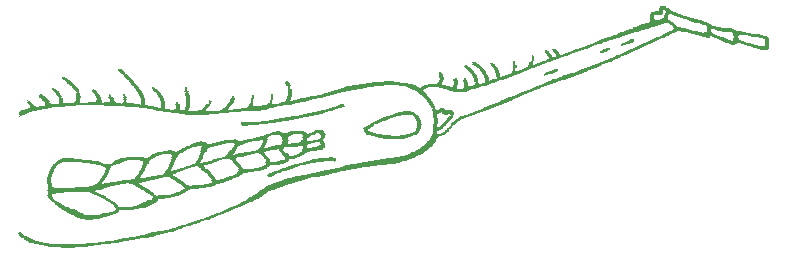
<source format=gbo>
G04 EAGLE Gerber X2 export*
G75*
%MOMM*%
%FSLAX34Y34*%
%LPD*%
%AMOC8*
5,1,8,0,0,1.08239X$1,22.5*%
G01*
%ADD10R,1.212597X0.039119*%
%ADD11R,2.425191X0.039116*%
%ADD12R,3.324859X0.039116*%
%ADD13R,3.833369X0.039116*%
%ADD14R,4.263644X0.039116*%
%ADD15R,4.733038X0.039116*%
%ADD16R,5.319778X0.039116*%
%ADD17R,1.095247X0.039116*%
%ADD18R,1.564641X0.039116*%
%ADD19R,0.899669X0.039119*%
%ADD20R,1.329944X0.039119*%
%ADD21R,0.899669X0.039116*%
%ADD22R,1.290828X0.039116*%
%ADD23R,0.938784X0.039116*%
%ADD24R,1.329944X0.039116*%
%ADD25R,0.977900X0.039116*%
%ADD26R,1.447291X0.039116*%
%ADD27R,0.782319X0.039116*%
%ADD28R,1.369059X0.039116*%
%ADD29R,0.704088X0.039116*%
%ADD30R,1.212597X0.039116*%
%ADD31R,0.664972X0.039116*%
%ADD32R,1.056131X0.039116*%
%ADD33R,0.625856X0.039116*%
%ADD34R,1.017016X0.039116*%
%ADD35R,1.173481X0.039116*%
%ADD36R,0.625856X0.039119*%
%ADD37R,1.290828X0.039119*%
%ADD38R,0.586741X0.039116*%
%ADD39R,0.586738X0.039116*%
%ADD40R,1.251713X0.039116*%
%ADD41R,0.508506X0.039116*%
%ADD42R,0.430278X0.039116*%
%ADD43R,1.212594X0.039116*%
%ADD44R,0.430275X0.039116*%
%ADD45R,0.391159X0.039116*%
%ADD46R,0.352044X0.039119*%
%ADD47R,1.251713X0.039119*%
%ADD48R,0.352044X0.039116*%
%ADD49R,0.117350X0.039116*%
%ADD50R,0.312928X0.039116*%
%ADD51R,1.134366X0.039116*%
%ADD52R,0.273813X0.039116*%
%ADD53R,0.234697X0.039116*%
%ADD54R,1.173478X0.039116*%
%ADD55R,0.156466X0.039116*%
%ADD56R,1.134363X0.039116*%
%ADD57R,1.134366X0.039119*%
%ADD58R,0.860553X0.039116*%
%ADD59R,0.586741X0.039119*%
%ADD60R,0.547622X0.039116*%
%ADD61R,0.547625X0.039116*%
%ADD62R,0.547625X0.039119*%
%ADD63R,0.625853X0.039116*%
%ADD64R,0.508509X0.039119*%
%ADD65R,0.743206X0.039116*%
%ADD66R,1.681988X0.039116*%
%ADD67R,1.994916X0.039116*%
%ADD68R,0.469394X0.039116*%
%ADD69R,2.268728X0.039116*%
%ADD70R,2.503425X0.039116*%
%ADD71R,0.469391X0.039116*%
%ADD72R,2.738119X0.039119*%
%ADD73R,0.469394X0.039119*%
%ADD74R,2.933700X0.039116*%
%ADD75R,0.899666X0.039116*%
%ADD76R,0.782322X0.039116*%
%ADD77R,1.095250X0.039116*%
%ADD78R,1.017016X0.039119*%
%ADD79R,0.469391X0.039119*%
%ADD80R,0.508509X0.039116*%
%ADD81R,1.017019X0.039116*%
%ADD82R,1.525522X0.039116*%
%ADD83R,0.704088X0.039119*%
%ADD84R,1.721103X0.039119*%
%ADD85R,0.547622X0.039119*%
%ADD86R,0.664975X0.039116*%
%ADD87R,1.916684X0.039116*%
%ADD88R,2.151378X0.039116*%
%ADD89R,2.346959X0.039116*%
%ADD90R,0.273809X0.039116*%
%ADD91R,1.486406X0.039116*%
%ADD92R,0.234694X0.039116*%
%ADD93R,0.273813X0.039119*%
%ADD94R,0.391163X0.039116*%
%ADD95R,0.821438X0.039116*%
%ADD96R,0.821434X0.039116*%
%ADD97R,0.782319X0.039119*%
%ADD98R,0.743203X0.039116*%
%ADD99R,0.352047X0.039116*%
%ADD100R,1.408178X0.039116*%
%ADD101R,0.312928X0.039119*%
%ADD102R,0.391159X0.039119*%
%ADD103R,1.564641X0.039119*%
%ADD104R,1.721106X0.039116*%
%ADD105R,1.838453X0.039116*%
%ADD106R,0.743203X0.039119*%
%ADD107R,0.430275X0.039119*%
%ADD108R,0.664975X0.039119*%
%ADD109R,2.855469X0.039116*%
%ADD110R,3.950716X0.039116*%
%ADD111R,3.989831X0.039116*%
%ADD112R,4.107181X0.039116*%
%ADD113R,4.341875X0.039116*%
%ADD114R,0.860550X0.039116*%
%ADD115R,4.459225X0.039119*%
%ADD116R,0.938784X0.039119*%
%ADD117R,4.576572X0.039116*%
%ADD118R,4.654803X0.039116*%
%ADD119R,2.777238X0.039116*%
%ADD120R,2.581656X0.039116*%
%ADD121R,1.838450X0.039116*%
%ADD122R,1.877569X0.039116*%
%ADD123R,1.603756X0.039116*%
%ADD124R,2.151381X0.039116*%
%ADD125R,2.386078X0.039116*%
%ADD126R,1.642872X0.039119*%
%ADD127R,1.877569X0.039119*%
%ADD128R,1.369059X0.039119*%
%ADD129R,1.721103X0.039116*%
%ADD130R,1.369063X0.039116*%
%ADD131R,1.955800X0.039116*%
%ADD132R,2.542541X0.039116*%
%ADD133R,1.447294X0.039116*%
%ADD134R,1.408175X0.039116*%
%ADD135R,2.307844X0.039119*%
%ADD136R,1.056131X0.039119*%
%ADD137R,1.447294X0.039119*%
%ADD138R,2.229612X0.039116*%
%ADD139R,1.486409X0.039116*%
%ADD140R,2.190497X0.039116*%
%ADD141R,1.799334X0.039116*%
%ADD142R,1.642872X0.039116*%
%ADD143R,1.799338X0.039116*%
%ADD144R,0.664972X0.039119*%
%ADD145R,1.564638X0.039116*%
%ADD146R,1.760222X0.039116*%
%ADD147R,1.329947X0.039116*%
%ADD148R,1.251709X0.039116*%
%ADD149R,0.821438X0.039119*%
%ADD150R,0.391163X0.039119*%
%ADD151R,1.681988X0.039119*%
%ADD152R,1.056134X0.039116*%
%ADD153R,1.525525X0.039116*%
%ADD154R,0.430278X0.039119*%
%ADD155R,1.877566X0.039119*%
%ADD156R,2.073147X0.039116*%
%ADD157R,0.704091X0.039116*%
%ADD158R,1.877566X0.039116*%
%ADD159R,0.743206X0.039119*%
%ADD160R,0.352047X0.039119*%
%ADD161R,2.229612X0.039119*%
%ADD162R,2.464309X0.039116*%
%ADD163R,2.699003X0.039116*%
%ADD164R,2.972819X0.039116*%
%ADD165R,2.972816X0.039116*%
%ADD166R,0.782322X0.039119*%
%ADD167R,0.860553X0.039119*%
%ADD168R,2.972816X0.039119*%
%ADD169R,0.312925X0.039116*%
%ADD170R,3.324863X0.039116*%
%ADD171R,0.039116X0.039116*%
%ADD172R,2.620772X0.039116*%
%ADD173R,2.659887X0.039116*%
%ADD174R,2.112262X0.039116*%
%ADD175R,2.699006X0.039116*%
%ADD176R,0.195581X0.039119*%
%ADD177R,2.112266X0.039119*%
%ADD178R,1.095250X0.039119*%
%ADD179R,1.173478X0.039119*%
%ADD180R,0.586738X0.039119*%
%ADD181R,1.056134X0.039119*%
%ADD182R,0.938781X0.039116*%
%ADD183R,0.508506X0.039119*%
%ADD184R,0.821434X0.039119*%
%ADD185R,2.034031X0.039116*%
%ADD186R,2.190494X0.039116*%
%ADD187R,1.095247X0.039119*%
%ADD188R,1.486406X0.039119*%
%ADD189R,0.195581X0.039116*%
%ADD190R,1.760219X0.039119*%
%ADD191R,2.894584X0.039116*%
%ADD192R,3.090163X0.039116*%
%ADD193R,2.112266X0.039116*%
%ADD194R,1.134363X0.039119*%
%ADD195R,0.234697X0.039119*%
%ADD196R,0.195578X0.039116*%
%ADD197R,1.994916X0.039119*%
%ADD198R,1.525525X0.039119*%
%ADD199R,0.078231X0.039116*%
%ADD200R,0.156463X0.039116*%
%ADD201R,2.738119X0.039116*%
%ADD202R,3.442209X0.039116*%
%ADD203R,0.860550X0.039119*%
%ADD204R,4.967731X0.039119*%
%ADD205R,5.828284X0.039116*%
%ADD206R,2.386075X0.039116*%
%ADD207R,3.403091X0.039116*%
%ADD208R,1.251709X0.039119*%
%ADD209R,1.916681X0.039116*%
%ADD210R,2.073150X0.039116*%
%ADD211R,3.598672X0.039116*%
%ADD212R,7.940547X0.039119*%
%ADD213R,7.862316X0.039116*%
%ADD214R,6.493256X0.039116*%
%ADD215R,5.241544X0.039116*%
%ADD216R,0.078231X0.039119*%
%ADD217R,0.039116X0.039119*%
%ADD218R,0.234694X0.039119*%
%ADD219R,1.212594X0.039119*%
%ADD220R,0.273809X0.039119*%
%ADD221R,0.195578X0.039119*%
%ADD222R,0.117347X0.039116*%
%ADD223R,0.312925X0.039119*%
%ADD224R,0.977900X0.039119*%
%ADD225R,2.112262X0.039119*%
%ADD226R,0.078234X0.039116*%
%ADD227R,2.190497X0.039119*%
%ADD228R,2.307844X0.039116*%
%ADD229R,4.537456X0.039116*%
%ADD230R,4.107178X0.039116*%
%ADD231R,3.481322X0.039116*%
%ADD232R,0.899666X0.039119*%
%ADD233R,0.156466X0.039119*%
%ADD234R,1.681991X0.039116*%
%ADD235R,0.117347X0.039119*%
%ADD236R,1.408175X0.039119*%
%ADD237R,1.760219X0.039116*%
%ADD238R,1.447291X0.039119*%
%ADD239R,1.642875X0.039116*%


D10*
X156154Y12700D03*
D11*
X157132Y13091D03*
D12*
X155763Y13482D03*
D13*
X155959Y13873D03*
D14*
X156545Y14265D03*
D15*
X157328Y14656D03*
D16*
X157132Y15047D03*
D17*
X134836Y15438D03*
D18*
X178646Y15438D03*
D19*
X132685Y15829D03*
D20*
X182557Y15829D03*
D21*
X131120Y16220D03*
D22*
X185100Y16220D03*
D23*
X129751Y16612D03*
D24*
X188034Y16612D03*
D25*
X127991Y17003D03*
D26*
X191359Y17003D03*
D27*
X126622Y17394D03*
D28*
X193705Y17394D03*
D29*
X125448Y17785D03*
D30*
X196444Y17785D03*
D31*
X124470Y18176D03*
D32*
X199573Y18176D03*
D33*
X123883Y18567D03*
D34*
X202115Y18567D03*
D33*
X123101Y18959D03*
D35*
X204071Y18959D03*
D36*
X122319Y19350D03*
D37*
X205831Y19350D03*
D38*
X121732Y19741D03*
D24*
X207983Y19741D03*
D39*
X120950Y20132D03*
D40*
X210721Y20132D03*
D41*
X120167Y20523D03*
D30*
X213263Y20523D03*
D42*
X118994Y20914D03*
D43*
X215610Y20914D03*
D44*
X118603Y21306D03*
D22*
X217957Y21306D03*
D44*
X118212Y21697D03*
D28*
X219913Y21697D03*
D45*
X117234Y22088D03*
D22*
X221478Y22088D03*
D46*
X116647Y22479D03*
D47*
X222456Y22479D03*
D48*
X116256Y22870D03*
D49*
X218349Y22870D03*
D17*
X224803Y22870D03*
D50*
X116060Y23261D03*
D51*
X226563Y23261D03*
D50*
X115669Y23652D03*
D43*
X228128Y23652D03*
D52*
X115473Y24044D03*
D30*
X229692Y24044D03*
D53*
X115278Y24435D03*
D54*
X231061Y24435D03*
D55*
X114887Y24826D03*
D54*
X232235Y24826D03*
D56*
X234386Y25217D03*
D57*
X236733Y25608D03*
D17*
X238493Y25999D03*
D25*
X240254Y26391D03*
D58*
X241623Y26782D03*
D27*
X243187Y27173D03*
D29*
X244361Y27564D03*
X245534Y27955D03*
X247490Y28346D03*
D33*
X248663Y28738D03*
D59*
X250033Y29129D03*
D60*
X251010Y29520D03*
D61*
X251793Y29911D03*
D38*
X253162Y30302D03*
D31*
X254726Y30693D03*
X255900Y31085D03*
D38*
X257073Y31476D03*
D60*
X258051Y31867D03*
D62*
X259225Y32258D03*
D33*
X260398Y32649D03*
D31*
X261767Y33040D03*
D33*
X263136Y33431D03*
D63*
X264310Y33823D03*
D38*
X265288Y34214D03*
D61*
X266266Y34605D03*
D60*
X267439Y34996D03*
D64*
X268808Y35387D03*
D61*
X269786Y35778D03*
D33*
X271351Y36170D03*
D65*
X173365Y36561D03*
D33*
X272524Y36561D03*
D40*
X173952Y36952D03*
D38*
X273502Y36952D03*
D66*
X174147Y37343D03*
D60*
X274480Y37343D03*
D67*
X174539Y37734D03*
D68*
X275262Y37734D03*
D69*
X174734Y38125D03*
D41*
X276631Y38125D03*
D70*
X175125Y38517D03*
D71*
X277609Y38517D03*
D72*
X175517Y38908D03*
D73*
X278392Y38908D03*
D74*
X175712Y39299D03*
D61*
X279565Y39299D03*
D75*
X164760Y39690D03*
D54*
X185687Y39690D03*
D60*
X280347Y39690D03*
D23*
X164173Y40081D03*
D25*
X187838Y40081D03*
D61*
X281521Y40081D03*
D34*
X163782Y40472D03*
D25*
X189012Y40472D03*
D68*
X282694Y40472D03*
D32*
X163195Y40864D03*
D25*
X189794Y40864D03*
D41*
X283672Y40864D03*
D56*
X162804Y41255D03*
D76*
X191945Y41255D03*
D71*
X284650Y41255D03*
D77*
X161826Y41646D03*
D65*
X192923Y41646D03*
D68*
X285433Y41646D03*
D78*
X160652Y42037D03*
D36*
X193901Y42037D03*
D79*
X286606Y42037D03*
D34*
X159870Y42428D03*
D38*
X195270Y42428D03*
D71*
X287388Y42428D03*
D25*
X159283Y42819D03*
D41*
X196052Y42819D03*
D80*
X288366Y42819D03*
D25*
X158892Y43210D03*
D44*
X196835Y43210D03*
D80*
X289540Y43210D03*
D81*
X158306Y43602D03*
D48*
X197226Y43602D03*
D41*
X290322Y43602D03*
D32*
X157719Y43993D03*
D48*
X197617Y43993D03*
D80*
X291104Y43993D03*
D23*
X156350Y44384D03*
D54*
X202115Y44384D03*
D61*
X291691Y44384D03*
D27*
X155176Y44775D03*
D82*
X204267Y44775D03*
D61*
X292865Y44775D03*
D83*
X154003Y45166D03*
D84*
X205245Y45166D03*
D85*
X293647Y45166D03*
D86*
X153416Y45557D03*
D87*
X206223Y45557D03*
D38*
X294625Y45557D03*
D33*
X152829Y45949D03*
D88*
X207005Y45949D03*
D61*
X295603Y45949D03*
X152047Y46340D03*
D89*
X207983Y46340D03*
D41*
X296189Y46340D03*
D80*
X151069Y46731D03*
D90*
X197226Y46731D03*
D91*
X213850Y46731D03*
D41*
X296972Y46731D03*
X150678Y47122D03*
D92*
X197030Y47122D03*
D35*
X216588Y47122D03*
D80*
X298145Y47122D03*
D71*
X150091Y47513D03*
D52*
X196835Y47513D03*
D56*
X217957Y47513D03*
D61*
X299514Y47513D03*
D41*
X149504Y47904D03*
D52*
X196444Y47904D03*
D17*
X218935Y47904D03*
D60*
X300297Y47904D03*
D68*
X148918Y48296D03*
D52*
X196052Y48296D03*
D81*
X220109Y48296D03*
D61*
X301079Y48296D03*
D73*
X148527Y48687D03*
D93*
X195661Y48687D03*
D78*
X220891Y48687D03*
D62*
X301861Y48687D03*
D71*
X147744Y49078D03*
D52*
X195270Y49078D03*
D34*
X221673Y49078D03*
D38*
X302839Y49078D03*
D44*
X147157Y49469D03*
D50*
X194683Y49469D03*
D25*
X222651Y49469D03*
D39*
X303621Y49469D03*
D45*
X146571Y49860D03*
D50*
X194292Y49860D03*
D25*
X223434Y49860D03*
D38*
X304404Y49860D03*
D45*
X146180Y50251D03*
D48*
X193705Y50251D03*
D25*
X224216Y50251D03*
D80*
X305186Y50251D03*
D94*
X145397Y50643D03*
D48*
X193314Y50643D03*
D23*
X224803Y50643D03*
D39*
X306360Y50643D03*
D94*
X145006Y51034D03*
D48*
X192532Y51034D03*
D95*
X225781Y51034D03*
D33*
X307337Y51034D03*
D48*
X144419Y51425D03*
X192141Y51425D03*
D96*
X226172Y51425D03*
D29*
X308120Y51425D03*
D46*
X144028Y51816D03*
X191359Y51816D03*
D97*
X226759Y51816D03*
D83*
X308902Y51816D03*
D45*
X143441Y52207D03*
D50*
X190772Y52207D03*
D27*
X227150Y52207D03*
D65*
X309489Y52207D03*
D45*
X143050Y52598D03*
D50*
X189989Y52598D03*
D63*
X228323Y52598D03*
D65*
X310271Y52598D03*
D48*
X142464Y52989D03*
X189403Y52989D03*
D61*
X229105Y52989D03*
D98*
X311053Y52989D03*
D99*
X142072Y53381D03*
D48*
X189012Y53381D03*
D61*
X229497Y53381D03*
D98*
X311836Y53381D03*
D48*
X141681Y53772D03*
X188229Y53772D03*
D29*
X230670Y53772D03*
D27*
X312423Y53772D03*
D48*
X141290Y54163D03*
X187447Y54163D03*
D77*
X233017Y54163D03*
D95*
X313009Y54163D03*
D50*
X141094Y54554D03*
D48*
X186665Y54554D03*
D100*
X234582Y54554D03*
D76*
X313596Y54554D03*
D101*
X140703Y54945D03*
D102*
X185687Y54945D03*
D103*
X235364Y54945D03*
D97*
X314378Y54945D03*
D50*
X140703Y55336D03*
D44*
X185100Y55336D03*
D104*
X236146Y55336D03*
D98*
X314965Y55336D03*
D52*
X140508Y55728D03*
D42*
X184318Y55728D03*
D105*
X236733Y55728D03*
D27*
X315552Y55728D03*
D50*
X140312Y56119D03*
D42*
X183926Y56119D03*
D48*
X228910Y56119D03*
D18*
X239276Y56119D03*
D65*
X316139Y56119D03*
D52*
X140117Y56510D03*
D44*
X183535Y56510D03*
D48*
X228128Y56510D03*
D23*
X243578Y56510D03*
D65*
X316530Y56510D03*
D52*
X140117Y56901D03*
D48*
X182362Y56901D03*
X227736Y56901D03*
D58*
X245143Y56901D03*
D98*
X317312Y56901D03*
D50*
X140312Y57292D03*
D42*
X181188Y57292D03*
D45*
X227150Y57292D03*
D98*
X246512Y57292D03*
X317703Y57292D03*
D45*
X140703Y57683D03*
D80*
X180406Y57683D03*
D94*
X226759Y57683D03*
D31*
X247686Y57683D03*
D29*
X318290Y57683D03*
D61*
X141486Y58075D03*
D71*
X179428Y58075D03*
D44*
X226172Y58075D03*
D31*
X248859Y58075D03*
D29*
X319072Y58075D03*
D106*
X142464Y58466D03*
D107*
X178450Y58466D03*
D102*
X225585Y58466D03*
D36*
X249837Y58466D03*
D108*
X319659Y58466D03*
D17*
X144224Y58857D03*
D42*
X177668Y58857D03*
D44*
X224998Y58857D03*
D33*
X250619Y58857D03*
D31*
X320050Y58857D03*
D24*
X145397Y59248D03*
D44*
X176886Y59248D03*
X224216Y59248D03*
D31*
X251597Y59248D03*
D33*
X320637Y59248D03*
D109*
X153025Y59639D03*
D29*
X175125Y59639D03*
D42*
X223825Y59639D03*
D38*
X252771Y59639D03*
D33*
X321028Y59639D03*
D110*
X158501Y60030D03*
D94*
X223238Y60030D03*
D38*
X253553Y60030D03*
D29*
X321810Y60030D03*
D111*
X158697Y60422D03*
D44*
X222651Y60422D03*
D41*
X254335Y60422D03*
D76*
X322984Y60422D03*
D112*
X159283Y60813D03*
D44*
X222260Y60813D03*
D71*
X254922Y60813D03*
D58*
X323766Y60813D03*
D113*
X160457Y61204D03*
D44*
X221869Y61204D03*
X255509Y61204D03*
D114*
X324549Y61204D03*
D115*
X161044Y61595D03*
D107*
X221478Y61595D03*
D73*
X256096Y61595D03*
D116*
X325331Y61595D03*
D117*
X161630Y61986D03*
D68*
X220500Y61986D03*
D80*
X256682Y61986D03*
D25*
X325918Y61986D03*
D118*
X162022Y62377D03*
D68*
X219718Y62377D03*
D29*
X258051Y62377D03*
D34*
X326895Y62377D03*
D98*
X142464Y62768D03*
D119*
X172583Y62768D03*
D71*
X218935Y62768D03*
D54*
X260398Y62768D03*
D77*
X327678Y62768D03*
D38*
X141681Y63160D03*
D120*
X174343Y63160D03*
D71*
X218544Y63160D03*
D82*
X262158Y63160D03*
D30*
X328656Y63160D03*
D71*
X141094Y63551D03*
D121*
X179233Y63551D03*
D71*
X217762Y63551D03*
D122*
X263528Y63551D03*
D43*
X329438Y63551D03*
D45*
X140703Y63942D03*
D123*
X181580Y63942D03*
D68*
X216980Y63942D03*
D124*
X264505Y63942D03*
D22*
X330220Y63942D03*
D48*
X140508Y64333D03*
D18*
X183731Y64333D03*
D71*
X216197Y64333D03*
D125*
X265679Y64333D03*
D24*
X331198Y64333D03*
D46*
X140508Y64724D03*
D126*
X185296Y64724D03*
D107*
X215610Y64724D03*
D73*
X255704Y64724D03*
D127*
X270177Y64724D03*
D128*
X332176Y64724D03*
D50*
X140312Y65115D03*
D129*
X186860Y65115D03*
D44*
X214828Y65115D03*
D48*
X254335Y65115D03*
D130*
X273893Y65115D03*
D100*
X333154Y65115D03*
D50*
X140312Y65507D03*
D105*
X188229Y65507D03*
D80*
X214046Y65507D03*
D48*
X253944Y65507D03*
D77*
X275654Y65507D03*
D24*
X334328Y65507D03*
D50*
X140312Y65898D03*
D131*
X189598Y65898D03*
D61*
X213459Y65898D03*
D48*
X253553Y65898D03*
D58*
X277218Y65898D03*
D28*
X335305Y65898D03*
D50*
X140312Y66289D03*
D48*
X181971Y66289D03*
D82*
X193705Y66289D03*
D38*
X212872Y66289D03*
D94*
X252966Y66289D03*
D31*
X278587Y66289D03*
D100*
X336283Y66289D03*
D52*
X140117Y66680D03*
D48*
X182362Y66680D03*
D100*
X196248Y66680D03*
D86*
X212090Y66680D03*
D94*
X252575Y66680D03*
D33*
X279565Y66680D03*
D28*
X337261Y66680D03*
D52*
X140117Y67071D03*
D48*
X182753Y67071D03*
D26*
X197617Y67071D03*
D95*
X211308Y67071D03*
D44*
X251988Y67071D03*
D33*
X280739Y67071D03*
D26*
X338044Y67071D03*
D52*
X140117Y67462D03*
D45*
X182949Y67462D03*
D132*
X203876Y67462D03*
D71*
X251402Y67462D03*
D98*
X281716Y67462D03*
D133*
X339217Y67462D03*
D52*
X140117Y67854D03*
D48*
X183144Y67854D03*
D11*
X206418Y67854D03*
D71*
X251010Y67854D03*
D23*
X282694Y67854D03*
D134*
X340977Y67854D03*
D93*
X140117Y68245D03*
D102*
X183340Y68245D03*
D135*
X208961Y68245D03*
D73*
X250228Y68245D03*
D136*
X283281Y68245D03*
D137*
X341955Y68245D03*
D52*
X140117Y68636D03*
D45*
X183731Y68636D03*
D138*
X210917Y68636D03*
D80*
X249641Y68636D03*
D54*
X283868Y68636D03*
D139*
X343324Y68636D03*
D52*
X140117Y69027D03*
D99*
X184318Y69027D03*
D140*
X212677Y69027D03*
D80*
X249250Y69027D03*
D22*
X284455Y69027D03*
D139*
X344889Y69027D03*
D52*
X140117Y69418D03*
D48*
X184709Y69418D03*
D122*
X215806Y69418D03*
D61*
X248663Y69418D03*
D26*
X284846Y69418D03*
D18*
X346062Y69418D03*
D52*
X140117Y69809D03*
D48*
X184709Y69809D03*
D141*
X218153Y69809D03*
D44*
X247686Y69809D03*
D48*
X279370Y69809D03*
D75*
X288366Y69809D03*
D142*
X347236Y69809D03*
D52*
X140117Y70201D03*
D48*
X185100Y70201D03*
D143*
X220109Y70201D03*
D41*
X247294Y70201D03*
D94*
X279174Y70201D03*
D76*
X290126Y70201D03*
D66*
X348214Y70201D03*
D52*
X140117Y70592D03*
D45*
X185296Y70592D03*
D121*
X221478Y70592D03*
D68*
X246708Y70592D03*
D99*
X278978Y70592D03*
D98*
X291104Y70592D03*
D142*
X349974Y70592D03*
D52*
X140117Y70983D03*
D45*
X185687Y70983D03*
D48*
X214437Y70983D03*
D133*
X224998Y70983D03*
D68*
X245925Y70983D03*
D48*
X278587Y70983D03*
D29*
X292082Y70983D03*
D123*
X351343Y70983D03*
D93*
X140117Y71374D03*
D46*
X185882Y71374D03*
X214437Y71374D03*
D10*
X227736Y71374D03*
D79*
X245143Y71374D03*
D101*
X278392Y71374D03*
D144*
X293060Y71374D03*
D103*
X352712Y71374D03*
D53*
X140312Y71765D03*
D48*
X186273Y71765D03*
X214828Y71765D03*
D51*
X230083Y71765D03*
D41*
X244556Y71765D03*
D50*
X278000Y71765D03*
D31*
X294625Y71765D03*
D145*
X353886Y71765D03*
D53*
X140312Y72156D03*
D48*
X186665Y72156D03*
X215219Y72156D03*
D56*
X231648Y72156D03*
D80*
X243774Y72156D03*
D50*
X277609Y72156D03*
D33*
X295603Y72156D03*
D123*
X355255Y72156D03*
D53*
X140312Y72547D03*
D48*
X186665Y72547D03*
X215219Y72547D03*
D34*
X233017Y72547D03*
D29*
X242405Y72547D03*
D50*
X277218Y72547D03*
D33*
X296385Y72547D03*
D145*
X357406Y72547D03*
D52*
X140508Y72939D03*
D48*
X187056Y72939D03*
X215610Y72939D03*
D139*
X237711Y72939D03*
D50*
X276827Y72939D03*
D33*
X297167Y72939D03*
D45*
X326504Y72939D03*
D146*
X360731Y72939D03*
D52*
X140508Y73330D03*
D48*
X187447Y73330D03*
X216002Y73330D03*
D147*
X238102Y73330D03*
D48*
X276631Y73330D03*
D61*
X298341Y73330D03*
D71*
X326895Y73330D03*
D105*
X362687Y73330D03*
D52*
X140508Y73721D03*
D48*
X187447Y73721D03*
D45*
X216197Y73721D03*
D148*
X238102Y73721D03*
D48*
X276240Y73721D03*
D61*
X299123Y73721D03*
D80*
X327482Y73721D03*
D142*
X364838Y73721D03*
D52*
X140899Y74112D03*
D48*
X187838Y74112D03*
X216393Y74112D03*
D114*
X240058Y74112D03*
D45*
X276045Y74112D03*
D60*
X299905Y74112D03*
D61*
X328069Y74112D03*
D66*
X366598Y74112D03*
D93*
X140899Y74503D03*
D46*
X187838Y74503D03*
X216784Y74503D03*
D149*
X240645Y74503D03*
D150*
X275654Y74503D03*
D85*
X300297Y74503D03*
D59*
X328656Y74503D03*
D151*
X368163Y74503D03*
D50*
X141094Y74894D03*
X188034Y74894D03*
D48*
X217175Y74894D03*
D21*
X241427Y74894D03*
D45*
X275262Y74894D03*
D61*
X301079Y74894D03*
D86*
X329438Y74894D03*
D66*
X369727Y74894D03*
D50*
X141094Y75286D03*
D48*
X188229Y75286D03*
D45*
X217762Y75286D03*
D23*
X242014Y75286D03*
D45*
X274871Y75286D03*
D38*
X301666Y75286D03*
X330611Y75286D03*
D123*
X371683Y75286D03*
D50*
X141486Y75677D03*
X188425Y75677D03*
D45*
X217762Y75677D03*
D34*
X242796Y75677D03*
D45*
X274480Y75677D03*
D31*
X302448Y75677D03*
D33*
X331589Y75677D03*
D82*
X373639Y75677D03*
D50*
X141486Y76068D03*
X188816Y76068D03*
D48*
X217957Y76068D03*
D152*
X243383Y76068D03*
D44*
X274284Y76068D03*
D76*
X303817Y76068D03*
D31*
X332567Y76068D03*
D153*
X375595Y76068D03*
D48*
X141681Y76459D03*
D50*
X188816Y76459D03*
D48*
X217957Y76459D03*
D51*
X243774Y76459D03*
D44*
X273893Y76459D03*
D34*
X305382Y76459D03*
D31*
X333350Y76459D03*
D82*
X377160Y76459D03*
D50*
X141877Y76850D03*
X188816Y76850D03*
D48*
X218349Y76850D03*
X240254Y76850D03*
D31*
X247294Y76850D03*
D45*
X273307Y76850D03*
D22*
X306751Y76850D03*
D61*
X334719Y76850D03*
D18*
X378529Y76850D03*
D50*
X141877Y77241D03*
X189207Y77241D03*
X218544Y77241D03*
X240449Y77241D03*
D33*
X248272Y77241D03*
D45*
X272915Y77241D03*
D91*
X308120Y77241D03*
D60*
X335892Y77241D03*
D82*
X379898Y77241D03*
D90*
X142072Y77633D03*
D50*
X189207Y77633D03*
D52*
X218740Y77633D03*
X240645Y77633D03*
D33*
X249446Y77633D03*
D42*
X272329Y77633D03*
D66*
X309098Y77633D03*
D38*
X336870Y77633D03*
D18*
X381658Y77633D03*
D101*
X142268Y78024D03*
X189207Y78024D03*
X218935Y78024D03*
D93*
X241036Y78024D03*
D59*
X250424Y78024D03*
D154*
X271937Y78024D03*
D155*
X310076Y78024D03*
D144*
X338044Y78024D03*
D103*
X383614Y78024D03*
D52*
X142464Y78415D03*
D48*
X189403Y78415D03*
D50*
X218935Y78415D03*
D52*
X241036Y78415D03*
D33*
X251402Y78415D03*
D44*
X271546Y78415D03*
D156*
X310662Y78415D03*
D157*
X339021Y78415D03*
D18*
X385569Y78415D03*
D50*
X142659Y78806D03*
D48*
X189403Y78806D03*
D50*
X219326Y78806D03*
D52*
X241427Y78806D03*
D38*
X252379Y78806D03*
D44*
X271155Y78806D03*
X302448Y78806D03*
D17*
X316725Y78806D03*
D98*
X339999Y78806D03*
D133*
X388112Y78806D03*
D52*
X142855Y79197D03*
D48*
X189403Y79197D03*
D50*
X219326Y79197D03*
D52*
X241818Y79197D03*
D33*
X253749Y79197D03*
D45*
X270177Y79197D03*
X302252Y79197D03*
D34*
X318290Y79197D03*
D27*
X340977Y79197D03*
D82*
X389677Y79197D03*
D50*
X143050Y79588D03*
D45*
X189598Y79588D03*
D48*
X219522Y79588D03*
D52*
X241818Y79588D03*
D38*
X255118Y79588D03*
D45*
X269786Y79588D03*
D94*
X301861Y79588D03*
D58*
X319855Y79588D03*
D76*
X342151Y79588D03*
D142*
X391828Y79588D03*
D50*
X143441Y79980D03*
D44*
X189403Y79980D03*
D50*
X219718Y79980D03*
D53*
X242014Y79980D03*
D38*
X256291Y79980D03*
D94*
X269395Y79980D03*
D50*
X301470Y79980D03*
D31*
X321224Y79980D03*
D98*
X343520Y79980D03*
D129*
X394175Y79980D03*
D50*
X143833Y80371D03*
D41*
X189403Y80371D03*
D48*
X219913Y80371D03*
D52*
X242209Y80371D03*
D39*
X257465Y80371D03*
D42*
X269199Y80371D03*
D50*
X301079Y80371D03*
D38*
X322006Y80371D03*
D98*
X344693Y80371D03*
D146*
X395935Y80371D03*
D50*
X143833Y80762D03*
D63*
X189207Y80762D03*
D48*
X219913Y80762D03*
D53*
X242405Y80762D03*
D38*
X258638Y80762D03*
D42*
X268808Y80762D03*
D48*
X300883Y80762D03*
D60*
X322593Y80762D03*
D157*
X345671Y80762D03*
D158*
X398087Y80762D03*
D101*
X144224Y81153D03*
D159*
X189012Y81153D03*
D160*
X220304Y81153D03*
D93*
X242600Y81153D03*
D79*
X260398Y81153D03*
X268221Y81153D03*
D101*
X300688Y81153D03*
D107*
X323571Y81153D03*
D83*
X346845Y81153D03*
D161*
X400629Y81153D03*
D50*
X144615Y81544D03*
D21*
X189012Y81544D03*
D94*
X220500Y81544D03*
D52*
X242600Y81544D03*
D54*
X264701Y81544D03*
D50*
X300297Y81544D03*
D42*
X324353Y81544D03*
D31*
X347823Y81544D03*
D162*
X402976Y81544D03*
D48*
X144810Y81935D03*
D32*
X189012Y81935D03*
D48*
X220696Y81935D03*
D90*
X242992Y81935D03*
D17*
X265092Y81935D03*
D50*
X299905Y81935D03*
D45*
X324940Y81935D03*
D157*
X349192Y81935D03*
D120*
X405127Y81935D03*
D99*
X145202Y82326D03*
D54*
X188816Y82326D03*
D45*
X220891Y82326D03*
D90*
X242992Y82326D03*
D34*
X266266Y82326D03*
D50*
X299514Y82326D03*
D29*
X326895Y82326D03*
X350756Y82326D03*
D132*
X406888Y82326D03*
D48*
X145593Y82718D03*
D31*
X184709Y82718D03*
D41*
X192923Y82718D03*
D45*
X220891Y82718D03*
D50*
X243187Y82718D03*
D56*
X267244Y82718D03*
D50*
X299123Y82718D03*
D25*
X328265Y82718D03*
D65*
X352125Y82718D03*
D132*
X409235Y82718D03*
D48*
X145984Y83109D03*
D76*
X183340Y83109D03*
D80*
X194097Y83109D03*
D45*
X221282Y83109D03*
D50*
X243578Y83109D03*
D40*
X268613Y83109D03*
D48*
X298928Y83109D03*
D56*
X329438Y83109D03*
D98*
X353690Y83109D03*
D163*
X411973Y83109D03*
D48*
X146375Y83500D03*
D114*
X180993Y83500D03*
D38*
X195270Y83500D03*
D45*
X221282Y83500D03*
D50*
X243578Y83500D03*
D24*
X269786Y83500D03*
D99*
X298536Y83500D03*
D28*
X330611Y83500D03*
D76*
X355450Y83500D03*
D164*
X415689Y83500D03*
D45*
X146962Y83891D03*
D32*
X179233Y83891D03*
D33*
X196248Y83891D03*
D44*
X221478Y83891D03*
D48*
X243774Y83891D03*
D100*
X270568Y83891D03*
D94*
X298341Y83891D03*
D82*
X331394Y83891D03*
D98*
X357210Y83891D03*
D165*
X418036Y83891D03*
D102*
X147353Y84282D03*
D37*
X177277Y84282D03*
D36*
X197030Y84282D03*
D107*
X221478Y84282D03*
D46*
X244165Y84282D03*
D150*
X265875Y84282D03*
D166*
X274480Y84282D03*
D102*
X297950Y84282D03*
D126*
X331981Y84282D03*
D167*
X358971Y84282D03*
D168*
X419992Y84282D03*
D44*
X147940Y84673D03*
D82*
X174930Y84673D03*
D29*
X197813Y84673D03*
D71*
X221673Y84673D03*
D48*
X244165Y84673D03*
D169*
X265875Y84673D03*
D31*
X276240Y84673D03*
D45*
X297558Y84673D03*
D44*
X325526Y84673D03*
D32*
X335697Y84673D03*
D25*
X360731Y84673D03*
D74*
X422143Y84673D03*
D38*
X149113Y85065D03*
D141*
X172387Y85065D03*
D98*
X198399Y85065D03*
D41*
X221478Y85065D03*
D45*
X244361Y85065D03*
D50*
X266266Y85065D03*
D29*
X277609Y85065D03*
D48*
X297363Y85065D03*
D45*
X325331Y85065D03*
D96*
X337261Y85065D03*
D51*
X363078Y85065D03*
D119*
X423708Y85065D03*
D170*
X163195Y85456D03*
D76*
X198986Y85456D03*
D38*
X221478Y85456D03*
D48*
X244556Y85456D03*
D52*
X266461Y85456D03*
D68*
X279565Y85456D03*
D48*
X296972Y85456D03*
X325135Y85456D03*
D31*
X338435Y85456D03*
D22*
X365425Y85456D03*
D171*
X382245Y85456D03*
D172*
X425663Y85456D03*
D74*
X162022Y85847D03*
D58*
X199768Y85847D03*
D29*
X221282Y85847D03*
D48*
X244556Y85847D03*
D50*
X266657Y85847D03*
D41*
X280543Y85847D03*
D48*
X296581Y85847D03*
X325135Y85847D03*
D33*
X339021Y85847D03*
D24*
X367185Y85847D03*
D53*
X381658Y85847D03*
D173*
X428206Y85847D03*
D11*
X160261Y86238D03*
D95*
X201529Y86238D03*
D21*
X220696Y86238D03*
D45*
X244752Y86238D03*
D52*
X266852Y86238D03*
D61*
X281130Y86238D03*
D45*
X296385Y86238D03*
D48*
X324744Y86238D03*
D80*
X339999Y86238D03*
D174*
X372661Y86238D03*
D132*
X429966Y86238D03*
D105*
X158110Y86629D03*
D51*
X203876Y86629D03*
D130*
X218740Y86629D03*
D48*
X244947Y86629D03*
D52*
X267244Y86629D03*
D33*
X281912Y86629D03*
D45*
X295994Y86629D03*
X324940Y86629D03*
D94*
X340977Y86629D03*
D156*
X372857Y86629D03*
D89*
X431726Y86629D03*
D130*
X156545Y87020D03*
D175*
X212481Y87020D03*
D45*
X245143Y87020D03*
D52*
X267244Y87020D03*
D71*
X283477Y87020D03*
D44*
X295798Y87020D03*
D48*
X324744Y87020D03*
D45*
X341368Y87020D03*
D123*
X374813Y87020D03*
D124*
X433487Y87020D03*
D34*
X155959Y87412D03*
D173*
X213068Y87412D03*
D45*
X245143Y87412D03*
D52*
X267635Y87412D03*
D61*
X284650Y87412D03*
D42*
X295407Y87412D03*
D48*
X324353Y87412D03*
D71*
X341760Y87412D03*
D139*
X375399Y87412D03*
D67*
X435442Y87412D03*
D176*
X155763Y87803D03*
D177*
X211503Y87803D03*
D79*
X224803Y87803D03*
D102*
X245143Y87803D03*
D93*
X267635Y87803D03*
D36*
X286606Y87803D03*
D73*
X295212Y87803D03*
D46*
X323962Y87803D03*
D144*
X342737Y87803D03*
D178*
X376573Y87803D03*
D155*
X436811Y87803D03*
D141*
X212677Y88194D03*
D44*
X225389Y88194D03*
D45*
X245534Y88194D03*
D52*
X268026Y88194D03*
D27*
X288171Y88194D03*
D80*
X295016Y88194D03*
D45*
X323766Y88194D03*
D96*
X343520Y88194D03*
D29*
X377746Y88194D03*
D146*
X438572Y88194D03*
D153*
X212481Y88585D03*
D44*
X226172Y88585D03*
X245730Y88585D03*
D52*
X268026Y88585D03*
D30*
X291887Y88585D03*
D48*
X323571Y88585D03*
D25*
X344302Y88585D03*
D45*
X378529Y88585D03*
D66*
X440136Y88585D03*
D38*
X214046Y88976D03*
D80*
X226954Y88976D03*
D68*
X245925Y88976D03*
D50*
X268221Y88976D03*
D40*
X292865Y88976D03*
D48*
X323179Y88976D03*
D17*
X344889Y88976D03*
D49*
X378333Y88976D03*
D82*
X441701Y88976D03*
D80*
X227345Y89367D03*
X246121Y89367D03*
D50*
X268221Y89367D03*
D24*
X295603Y89367D03*
D48*
X322788Y89367D03*
D40*
X345280Y89367D03*
D130*
X443266Y89367D03*
D60*
X227932Y89759D03*
D61*
X246317Y89759D03*
D48*
X268417Y89759D03*
D153*
X296972Y89759D03*
D48*
X322397Y89759D03*
D68*
X340977Y89759D03*
D157*
X349192Y89759D03*
D40*
X444635Y89759D03*
D39*
X228519Y90150D03*
D61*
X246317Y90150D03*
D50*
X268613Y90150D03*
D142*
X297950Y90150D03*
D48*
X322006Y90150D03*
D68*
X340586Y90150D03*
D33*
X350756Y90150D03*
D17*
X446199Y90150D03*
D33*
X229497Y90541D03*
D61*
X246317Y90541D03*
D48*
X268808Y90541D03*
D146*
X298928Y90541D03*
D48*
X321615Y90541D03*
D42*
X340390Y90541D03*
D38*
X351734Y90541D03*
D34*
X447373Y90541D03*
D83*
X230670Y90932D03*
D36*
X246317Y90932D03*
D101*
X269004Y90932D03*
D59*
X293060Y90932D03*
D179*
X303426Y90932D03*
D160*
X321224Y90932D03*
D107*
X339999Y90932D03*
D180*
X352516Y90932D03*
D181*
X448351Y90932D03*
D65*
X232039Y91323D03*
D33*
X246317Y91323D03*
D99*
X269199Y91323D03*
D41*
X293060Y91323D03*
D40*
X304599Y91323D03*
D94*
X321028Y91323D03*
D44*
X339608Y91323D03*
D38*
X352908Y91323D03*
D34*
X449329Y91323D03*
D114*
X233799Y91714D03*
D29*
X246317Y91714D03*
D94*
X269395Y91714D03*
D41*
X293451Y91714D03*
D22*
X306360Y91714D03*
D44*
X320441Y91714D03*
X339217Y91714D03*
D80*
X353690Y91714D03*
D23*
X450111Y91714D03*
D67*
X240645Y92105D03*
D48*
X269591Y92105D03*
D71*
X293647Y92105D03*
D17*
X309293Y92105D03*
D45*
X319855Y92105D03*
X338630Y92105D03*
D68*
X354277Y92105D03*
D23*
X450893Y92105D03*
D131*
X241231Y92497D03*
D45*
X269786Y92497D03*
D71*
X294038Y92497D03*
D142*
X313596Y92497D03*
D45*
X338239Y92497D03*
D44*
X354863Y92497D03*
D182*
X451676Y92497D03*
D87*
X242209Y92888D03*
D45*
X269786Y92888D03*
D44*
X294234Y92888D03*
D91*
X314378Y92888D03*
D48*
X338044Y92888D03*
D44*
X355255Y92888D03*
D21*
X452262Y92888D03*
D143*
X243578Y93279D03*
D45*
X270177Y93279D03*
D44*
X294625Y93279D03*
D30*
X315747Y93279D03*
D99*
X337652Y93279D03*
D44*
X355646Y93279D03*
D58*
X452849Y93279D03*
D17*
X241231Y93670D03*
D41*
X250815Y93670D03*
D44*
X270373Y93670D03*
X294625Y93670D03*
D56*
X316530Y93670D03*
D48*
X337261Y93670D03*
D44*
X356037Y93670D03*
D58*
X453631Y93670D03*
D149*
X241427Y94061D03*
D183*
X251597Y94061D03*
D79*
X270568Y94061D03*
D154*
X295016Y94061D03*
D78*
X318290Y94061D03*
D101*
X336674Y94061D03*
D144*
X357602Y94061D03*
D184*
X454218Y94061D03*
D45*
X242014Y94452D03*
D68*
X252184Y94452D03*
D71*
X270568Y94452D03*
D42*
X295407Y94452D03*
D23*
X320246Y94452D03*
D52*
X336479Y94452D03*
D25*
X359166Y94452D03*
D96*
X455000Y94452D03*
D68*
X252966Y94844D03*
D41*
X270764Y94844D03*
D45*
X295603Y94844D03*
D81*
X321419Y94844D03*
D50*
X336283Y94844D03*
D40*
X360926Y94844D03*
D27*
X455587Y94844D03*
D61*
X253749Y95235D03*
D41*
X271155Y95235D03*
D48*
X296189Y95235D03*
D54*
X322593Y95235D03*
D48*
X336088Y95235D03*
D133*
X361904Y95235D03*
D76*
X455978Y95235D03*
D39*
X254335Y95626D03*
D41*
X271155Y95626D03*
D48*
X296581Y95626D03*
D82*
X324744Y95626D03*
D45*
X335892Y95626D03*
D142*
X362882Y95626D03*
D65*
X456565Y95626D03*
D60*
X254922Y96017D03*
D61*
X271351Y96017D03*
D48*
X296581Y96017D03*
D156*
X327482Y96017D03*
D66*
X363078Y96017D03*
D98*
X457347Y96017D03*
D80*
X256291Y96408D03*
D38*
X271546Y96408D03*
D48*
X296972Y96408D03*
D44*
X319659Y96408D03*
D91*
X330807Y96408D03*
D104*
X363273Y96408D03*
D98*
X457738Y96408D03*
D38*
X257073Y96799D03*
D31*
X271937Y96799D03*
D48*
X297363Y96799D03*
D45*
X319855Y96799D03*
D22*
X332176Y96799D03*
D45*
X356624Y96799D03*
D25*
X367381Y96799D03*
D29*
X458325Y96799D03*
D39*
X257856Y97191D03*
D29*
X272524Y97191D03*
D48*
X297363Y97191D03*
D45*
X320246Y97191D03*
D54*
X333154Y97191D03*
D45*
X356624Y97191D03*
D76*
X368750Y97191D03*
D98*
X458912Y97191D03*
D36*
X258834Y97582D03*
D184*
X273111Y97582D03*
D102*
X297950Y97582D03*
X320637Y97582D03*
D47*
X333936Y97582D03*
D46*
X356428Y97582D03*
D144*
X370119Y97582D03*
D106*
X459303Y97582D03*
D31*
X259812Y97973D03*
D21*
X273502Y97973D03*
D45*
X297950Y97973D03*
X320637Y97973D03*
D18*
X336674Y97973D03*
D45*
X356232Y97973D03*
D38*
X370510Y97973D03*
D65*
X459694Y97973D03*
D33*
X261572Y98364D03*
D34*
X274089Y98364D03*
D94*
X298341Y98364D03*
X321028Y98364D03*
D185*
X340586Y98364D03*
D45*
X356232Y98364D03*
D61*
X370705Y98364D03*
D98*
X460477Y98364D03*
D29*
X262354Y98755D03*
D30*
X274676Y98755D03*
D42*
X298536Y98755D03*
D94*
X321028Y98755D03*
D173*
X344889Y98755D03*
D71*
X371097Y98755D03*
D29*
X460672Y98755D03*
D96*
X263332Y99146D03*
D26*
X275458Y99146D03*
D68*
X299123Y99146D03*
D99*
X321224Y99146D03*
D11*
X346062Y99146D03*
D45*
X371097Y99146D03*
D29*
X461063Y99146D03*
D162*
X272329Y99538D03*
D38*
X299710Y99538D03*
D48*
X321615Y99538D03*
D138*
X347040Y99538D03*
D48*
X371292Y99538D03*
D29*
X461455Y99538D03*
D22*
X267244Y99929D03*
D23*
X281130Y99929D03*
D157*
X300297Y99929D03*
D48*
X321615Y99929D03*
D186*
X347627Y99929D03*
D48*
X371292Y99929D03*
D29*
X461846Y99929D03*
D54*
X267439Y100320D03*
D25*
X282499Y100320D03*
D76*
X300688Y100320D03*
D50*
X321810Y100320D03*
D61*
X339804Y100320D03*
D123*
X352125Y100320D03*
D48*
X371292Y100320D03*
D29*
X462237Y100320D03*
D78*
X267830Y100711D03*
D187*
X284259Y100711D03*
D19*
X301274Y100711D03*
D46*
X322006Y100711D03*
D79*
X339804Y100711D03*
D188*
X354277Y100711D03*
D101*
X371097Y100711D03*
D144*
X462432Y100711D03*
D95*
X268026Y101102D03*
D172*
X293842Y101102D03*
D50*
X322202Y101102D03*
D71*
X339804Y101102D03*
D30*
X357210Y101102D03*
D50*
X371097Y101102D03*
D31*
X462824Y101102D03*
D38*
X268026Y101493D03*
D172*
X295407Y101493D03*
D48*
X322397Y101493D03*
D71*
X339804Y101493D03*
D22*
X358384Y101493D03*
D52*
X370901Y101493D03*
D31*
X463215Y101493D03*
D189*
X268417Y101884D03*
D120*
X297167Y101884D03*
D48*
X322397Y101884D03*
D71*
X339804Y101884D03*
D134*
X359753Y101884D03*
D50*
X370705Y101884D03*
D33*
X463410Y101884D03*
D28*
X293060Y102276D03*
D58*
X306946Y102276D03*
D48*
X322788Y102276D03*
D71*
X339804Y102276D03*
D41*
X355646Y102276D03*
D77*
X366403Y102276D03*
D33*
X463801Y102276D03*
D56*
X293842Y102667D03*
D75*
X308315Y102667D03*
D48*
X322788Y102667D03*
D44*
X339999Y102667D03*
D41*
X355646Y102667D03*
D58*
X367576Y102667D03*
D38*
X463997Y102667D03*
D21*
X294625Y103058D03*
D32*
X309880Y103058D03*
D48*
X322788Y103058D03*
D44*
X339999Y103058D03*
D71*
X355841Y103058D03*
D31*
X368163Y103058D03*
D38*
X464388Y103058D03*
X295407Y103449D03*
D35*
X312031Y103449D03*
D45*
X322593Y103449D03*
D44*
X339999Y103449D03*
D45*
X355841Y103449D03*
D41*
X368945Y103449D03*
D61*
X464584Y103449D03*
D176*
X296972Y103840D03*
D190*
X315747Y103840D03*
D79*
X339804Y103840D03*
D102*
X356232Y103840D03*
X369532Y103840D03*
D64*
X464779Y103840D03*
D22*
X318094Y104231D03*
D71*
X339804Y104231D03*
D45*
X356232Y104231D03*
D50*
X370314Y104231D03*
D80*
X464779Y104231D03*
D30*
X318486Y104623D03*
D71*
X339804Y104623D03*
D45*
X356624Y104623D03*
D52*
X370510Y104623D03*
D30*
X432704Y104623D03*
D68*
X464975Y104623D03*
D17*
X319072Y105014D03*
D71*
X339804Y105014D03*
D45*
X356624Y105014D03*
D52*
X370901Y105014D03*
D105*
X431922Y105014D03*
D68*
X465366Y105014D03*
D34*
X319855Y105405D03*
D61*
X339804Y105405D03*
D42*
X356819Y105405D03*
D52*
X371292Y105405D03*
D138*
X431531Y105405D03*
D80*
X465562Y105405D03*
D96*
X320832Y105796D03*
D61*
X339804Y105796D03*
D68*
X357015Y105796D03*
D50*
X371488Y105796D03*
D120*
X431335Y105796D03*
D60*
X466148Y105796D03*
D98*
X321615Y106187D03*
D33*
X339804Y106187D03*
D68*
X357406Y106187D03*
D50*
X371488Y106187D03*
D191*
X430944Y106187D03*
D33*
X466540Y106187D03*
D31*
X322788Y106578D03*
D29*
X339804Y106578D03*
D61*
X357797Y106578D03*
D48*
X371683Y106578D03*
D192*
X430748Y106578D03*
D29*
X466931Y106578D03*
D38*
X323962Y106970D03*
D76*
X339804Y106970D03*
D31*
X357993Y106970D03*
D48*
X371683Y106970D03*
D18*
X421556Y106970D03*
D77*
X441897Y106970D03*
D98*
X467517Y106970D03*
D62*
X324940Y107361D03*
D19*
X339999Y107361D03*
D159*
X358384Y107361D03*
D46*
X371683Y107361D03*
D20*
X418818Y107361D03*
D149*
X444048Y107361D03*
D184*
X467909Y107361D03*
D60*
X326113Y107752D03*
D34*
X339804Y107752D03*
D58*
X358971Y107752D03*
D45*
X371488Y107752D03*
D40*
X416080Y107752D03*
D98*
X445613Y107752D03*
D114*
X468495Y107752D03*
D33*
X327287Y108143D03*
D43*
X339608Y108143D03*
D25*
X359166Y108143D03*
D45*
X371488Y108143D03*
D17*
X414906Y108143D03*
D65*
X446786Y108143D03*
D45*
X466148Y108143D03*
X472016Y108143D03*
D124*
X335697Y108534D03*
D71*
X356232Y108534D03*
D60*
X362100Y108534D03*
D44*
X371292Y108534D03*
D23*
X413342Y108534D03*
D31*
X447568Y108534D03*
D45*
X466148Y108534D03*
D48*
X472994Y108534D03*
D193*
X336674Y108925D03*
D71*
X355450Y108925D03*
D38*
X362687Y108925D03*
D44*
X370901Y108925D03*
D27*
X412168Y108925D03*
D33*
X448546Y108925D03*
D48*
X466344Y108925D03*
D50*
X473580Y108925D03*
D56*
X332567Y109317D03*
D123*
X349387Y109317D03*
D38*
X363469Y109317D03*
D80*
X370510Y109317D03*
D31*
X411190Y109317D03*
D61*
X449329Y109317D03*
D48*
X466344Y109317D03*
D52*
X474167Y109317D03*
D21*
X332567Y109708D03*
D26*
X349778Y109708D03*
D77*
X367185Y109708D03*
D33*
X410604Y109708D03*
D71*
X450111Y109708D03*
D45*
X466540Y109708D03*
D50*
X474754Y109708D03*
D157*
X332763Y110099D03*
D24*
X349974Y110099D03*
D25*
X367381Y110099D03*
D61*
X409821Y110099D03*
D44*
X450698Y110099D03*
D48*
X466735Y110099D03*
D50*
X475145Y110099D03*
D46*
X333350Y110490D03*
D194*
X349778Y110490D03*
D167*
X367967Y110490D03*
D73*
X409039Y110490D03*
D46*
X451089Y110490D03*
X466735Y110490D03*
D195*
X475927Y110490D03*
D21*
X349778Y110881D03*
D76*
X367967Y110881D03*
D45*
X408648Y110881D03*
D48*
X451480Y110881D03*
D45*
X466931Y110881D03*
D52*
X476514Y110881D03*
D31*
X368163Y111272D03*
D50*
X408257Y111272D03*
D48*
X451871Y111272D03*
D44*
X467126Y111272D03*
D52*
X476905Y111272D03*
D50*
X407866Y111663D03*
D48*
X451871Y111663D03*
D61*
X467713Y111663D03*
D53*
X477101Y111663D03*
D50*
X407866Y112055D03*
D48*
X452262Y112055D03*
D38*
X467909Y112055D03*
D92*
X477492Y112055D03*
D48*
X408061Y112446D03*
X452262Y112446D03*
D31*
X468300Y112446D03*
D92*
X477883Y112446D03*
D45*
X408257Y112837D03*
X452458Y112837D03*
D29*
X468495Y112837D03*
D52*
X478470Y112837D03*
D44*
X408452Y113228D03*
D48*
X452653Y113228D03*
D98*
X468691Y113228D03*
D53*
X478666Y113228D03*
D73*
X408648Y113619D03*
D101*
X452849Y113619D03*
D149*
X469082Y113619D03*
D195*
X479057Y113619D03*
D68*
X409039Y114010D03*
D48*
X453045Y114010D03*
D58*
X469278Y114010D03*
D53*
X479448Y114010D03*
D68*
X409821Y114402D03*
D48*
X453045Y114402D03*
D45*
X466931Y114402D03*
X472016Y114402D03*
D53*
X479839Y114402D03*
D44*
X410408Y114793D03*
D48*
X453045Y114793D03*
D45*
X466931Y114793D03*
X472407Y114793D03*
D189*
X480035Y114793D03*
D44*
X411190Y115184D03*
D48*
X453045Y115184D03*
D45*
X466931Y115184D03*
X472798Y115184D03*
D196*
X480426Y115184D03*
D44*
X411973Y115575D03*
D50*
X453240Y115575D03*
D45*
X466931Y115575D03*
D48*
X473385Y115575D03*
D92*
X480621Y115575D03*
D80*
X305577Y115966D03*
D94*
X412560Y115966D03*
D50*
X453240Y115966D03*
D45*
X466931Y115966D03*
D48*
X473776Y115966D03*
D92*
X481013Y115966D03*
D32*
X307533Y116357D03*
D45*
X412951Y116357D03*
D52*
X453436Y116357D03*
D45*
X466931Y116357D03*
D50*
X474363Y116357D03*
D92*
X481404Y116357D03*
D18*
X310076Y116749D03*
D48*
X413537Y116749D03*
D50*
X453240Y116749D03*
D45*
X466931Y116749D03*
D99*
X474558Y116749D03*
D52*
X481599Y116749D03*
D197*
X312618Y117140D03*
D79*
X414906Y117140D03*
D101*
X453240Y117140D03*
D46*
X467126Y117140D03*
X474950Y117140D03*
D93*
X481990Y117140D03*
D69*
X313987Y117531D03*
D61*
X415689Y117531D03*
D48*
X453045Y117531D03*
X467126Y117531D03*
D50*
X475145Y117531D03*
D52*
X482382Y117531D03*
D162*
X315356Y117922D03*
D80*
X416276Y117922D03*
D48*
X453045Y117922D03*
X467126Y117922D03*
D50*
X475536Y117922D03*
D52*
X482773Y117922D03*
D172*
X316921Y118313D03*
D61*
X416862Y118313D03*
D48*
X453045Y118313D03*
D45*
X467322Y118313D03*
D50*
X475927Y118313D03*
D52*
X483164Y118313D03*
D89*
X320246Y118704D03*
D60*
X417645Y118704D03*
D50*
X452849Y118704D03*
D45*
X467322Y118704D03*
D48*
X476123Y118704D03*
D52*
X483555Y118704D03*
D123*
X326700Y119096D03*
D61*
X418427Y119096D03*
D48*
X452653Y119096D03*
D45*
X467322Y119096D03*
D48*
X476514Y119096D03*
D52*
X483946Y119096D03*
D28*
X330220Y119487D03*
D38*
X419405Y119487D03*
D48*
X452653Y119487D03*
X467126Y119487D03*
X476905Y119487D03*
D50*
X484533Y119487D03*
D130*
X332958Y119878D03*
D33*
X420383Y119878D03*
D48*
X452653Y119878D03*
X467126Y119878D03*
X477296Y119878D03*
D52*
X485120Y119878D03*
D198*
X334914Y120269D03*
D144*
X421361Y120269D03*
D101*
X452458Y120269D03*
D46*
X467126Y120269D03*
D160*
X477688Y120269D03*
D93*
X485902Y120269D03*
D26*
X337652Y120660D03*
D31*
X422143Y120660D03*
D48*
X452262Y120660D03*
X467126Y120660D03*
X478079Y120660D03*
D52*
X486293Y120660D03*
D123*
X339608Y121051D03*
D31*
X422925Y121051D03*
D50*
X452067Y121051D03*
D48*
X467126Y121051D03*
D50*
X478274Y121051D03*
X486880Y121051D03*
D153*
X341955Y121442D03*
D65*
X424099Y121442D03*
D48*
X451871Y121442D03*
X467126Y121442D03*
D50*
X478666Y121442D03*
D94*
X487662Y121442D03*
D134*
X344889Y121834D03*
D98*
X424881Y121834D03*
D169*
X451676Y121834D03*
D48*
X467126Y121834D03*
D50*
X479057Y121834D03*
D44*
X488249Y121834D03*
D28*
X346649Y122225D03*
D31*
X426055Y122225D03*
D48*
X451480Y122225D03*
D50*
X466931Y122225D03*
D52*
X479252Y122225D03*
D71*
X489227Y122225D03*
D28*
X348214Y122616D03*
D157*
X427424Y122616D03*
D50*
X451284Y122616D03*
X466931Y122616D03*
D52*
X479643Y122616D03*
D41*
X489814Y122616D03*
D30*
X350561Y123007D03*
D29*
X428597Y123007D03*
D48*
X451089Y123007D03*
D50*
X466931Y123007D03*
D52*
X480035Y123007D03*
D80*
X490596Y123007D03*
D47*
X351930Y123398D03*
D83*
X429379Y123398D03*
D46*
X450698Y123398D03*
D101*
X466931Y123398D03*
D195*
X480230Y123398D03*
D85*
X491965Y123398D03*
D199*
X115278Y123789D03*
D32*
X354863Y123789D03*
D65*
X430357Y123789D03*
D50*
X450502Y123789D03*
X466931Y123789D03*
D92*
X480621Y123789D03*
D60*
X492747Y123789D03*
D200*
X115669Y124181D03*
D152*
X356819Y124181D03*
D98*
X431531Y124181D03*
D50*
X450111Y124181D03*
D52*
X466735Y124181D03*
D92*
X480621Y124181D03*
D61*
X493921Y124181D03*
D92*
X116060Y124572D03*
D32*
X358775Y124572D03*
D76*
X433291Y124572D03*
D48*
X449524Y124572D03*
D50*
X466540Y124572D03*
D92*
X481013Y124572D03*
D41*
X495290Y124572D03*
D50*
X116451Y124963D03*
D51*
X360731Y124963D03*
D114*
X435247Y124963D03*
D45*
X448937Y124963D03*
D50*
X466540Y124963D03*
D92*
X481013Y124963D03*
D42*
X496854Y124963D03*
D44*
X117038Y125354D03*
D131*
X265092Y125354D03*
D56*
X362295Y125354D03*
D105*
X441310Y125354D03*
D50*
X466540Y125354D03*
D45*
X475536Y125354D03*
D90*
X481208Y125354D03*
D42*
X497637Y125354D03*
D41*
X117429Y125745D03*
D201*
X265483Y125745D03*
D35*
X363665Y125745D03*
D104*
X441505Y125745D03*
D48*
X466735Y125745D03*
D60*
X475927Y125745D03*
D90*
X481208Y125745D03*
D71*
X498615Y125745D03*
D29*
X118016Y126136D03*
D202*
X266657Y126136D03*
D56*
X365425Y126136D03*
D145*
X441897Y126136D03*
D44*
X467126Y126136D03*
D25*
X477688Y126136D03*
D41*
X499593Y126136D03*
D27*
X118407Y126528D03*
D112*
X267635Y126528D03*
D25*
X367381Y126528D03*
D24*
X442288Y126528D03*
D80*
X467517Y126528D03*
D34*
X477492Y126528D03*
D61*
X500962Y126528D03*
D203*
X118798Y126919D03*
D204*
X267635Y126919D03*
D167*
X369532Y126919D03*
D187*
X442679Y126919D03*
D36*
X468104Y126919D03*
D78*
X477101Y126919D03*
D180*
X501940Y126919D03*
D75*
X119385Y127310D03*
D205*
X268026Y127310D03*
D27*
X371097Y127310D03*
D29*
X442679Y127310D03*
D129*
X473580Y127310D03*
D61*
X502917Y127310D03*
D25*
X120167Y127701D03*
D138*
X246903Y127701D03*
D13*
X282694Y127701D03*
D98*
X372466Y127701D03*
D142*
X473189Y127701D03*
D80*
X504287Y127701D03*
D30*
X121732Y128092D03*
D206*
X245339Y128092D03*
D33*
X269395Y128092D03*
D89*
X295994Y128092D03*
D98*
X373639Y128092D03*
D142*
X472798Y128092D03*
D41*
X505069Y128092D03*
D35*
X122319Y128483D03*
D131*
X241623Y128483D03*
D50*
X255704Y128483D03*
D44*
X269982Y128483D03*
D74*
X299710Y128483D03*
D31*
X375595Y128483D03*
D153*
X472211Y128483D03*
D61*
X506047Y128483D03*
D56*
X123688Y128875D03*
D156*
X240645Y128875D03*
D48*
X255900Y128875D03*
X270373Y128875D03*
D207*
X302448Y128875D03*
D29*
X376573Y128875D03*
D56*
X470256Y128875D03*
D61*
X506829Y128875D03*
D35*
X125448Y129266D03*
D134*
X235755Y129266D03*
D44*
X248468Y129266D03*
D48*
X256291Y129266D03*
D50*
X270960Y129266D03*
D61*
X288562Y129266D03*
D163*
X309098Y129266D03*
D31*
X377942Y129266D03*
D52*
X465953Y129266D03*
D38*
X472211Y129266D03*
X507807Y129266D03*
D22*
X127208Y129657D03*
D40*
X233408Y129657D03*
D50*
X249055Y129657D03*
D48*
X256291Y129657D03*
D52*
X271155Y129657D03*
D80*
X288757Y129657D03*
D162*
X311445Y129657D03*
D38*
X379115Y129657D03*
D52*
X465562Y129657D03*
D71*
X472407Y129657D03*
D63*
X508785Y129657D03*
D188*
X129360Y130048D03*
D208*
X231452Y130048D03*
D46*
X248859Y130048D03*
X256682Y130048D03*
D93*
X271546Y130048D03*
D64*
X289149Y130048D03*
D161*
X313400Y130048D03*
D83*
X380093Y130048D03*
D195*
X465366Y130048D03*
D46*
X472603Y130048D03*
D59*
X510154Y130048D03*
D139*
X130924Y130439D03*
D34*
X227932Y130439D03*
D48*
X235951Y130439D03*
X248859Y130439D03*
D45*
X256878Y130439D03*
D52*
X271937Y130439D03*
D44*
X289540Y130439D03*
D156*
X315747Y130439D03*
D29*
X381267Y130439D03*
D53*
X465366Y130439D03*
D55*
X472798Y130439D03*
D31*
X510936Y130439D03*
D153*
X131511Y130830D03*
D56*
X225781Y130830D03*
D50*
X236146Y130830D03*
D48*
X248859Y130830D03*
D45*
X256878Y130830D03*
D90*
X272329Y130830D03*
D45*
X290126Y130830D03*
D185*
X317899Y130830D03*
D31*
X382636Y130830D03*
D52*
X465171Y130830D03*
D31*
X511719Y130830D03*
D68*
X126230Y131221D03*
D22*
X135814Y131221D03*
D28*
X223042Y131221D03*
D50*
X236146Y131221D03*
D48*
X248859Y131221D03*
X257073Y131221D03*
D52*
X272720Y131221D03*
D45*
X290518Y131221D03*
D138*
X319268Y131221D03*
D31*
X384200Y131221D03*
D52*
X465171Y131221D03*
D33*
X512696Y131221D03*
D42*
X126035Y131613D03*
D142*
X139921Y131613D03*
D141*
X219326Y131613D03*
D50*
X236146Y131613D03*
D48*
X248859Y131613D03*
D45*
X257269Y131613D03*
D52*
X273111Y131613D03*
D45*
X290909Y131613D03*
D89*
X320246Y131613D03*
D31*
X385765Y131613D03*
D90*
X464779Y131613D03*
D33*
X513870Y131613D03*
D94*
X125839Y132004D03*
D209*
X143637Y132004D03*
D124*
X215219Y132004D03*
D50*
X236146Y132004D03*
D48*
X248859Y132004D03*
D45*
X257269Y132004D03*
D52*
X273502Y132004D03*
D45*
X291300Y132004D03*
D50*
X310467Y132004D03*
D123*
X325526Y132004D03*
D31*
X386547Y132004D03*
D50*
X464584Y132004D03*
D31*
X514848Y132004D03*
D99*
X125644Y132395D03*
D210*
X146375Y132395D03*
D89*
X211894Y132395D03*
D50*
X236146Y132395D03*
X248663Y132395D03*
D45*
X257269Y132395D03*
D52*
X273893Y132395D03*
D94*
X291691Y132395D03*
D53*
X310467Y132395D03*
D123*
X327482Y132395D03*
D38*
X387330Y132395D03*
D48*
X464388Y132395D03*
D31*
X516021Y132395D03*
D48*
X125252Y132786D03*
D132*
X149504Y132786D03*
D211*
X204071Y132786D03*
D50*
X236146Y132786D03*
X248663Y132786D03*
D48*
X257465Y132786D03*
D52*
X274284Y132786D03*
D94*
X292082Y132786D03*
D52*
X310662Y132786D03*
D26*
X330611Y132786D03*
D45*
X387916Y132786D03*
D48*
X463997Y132786D03*
D29*
X516999Y132786D03*
D46*
X124861Y133177D03*
D212*
X176886Y133177D03*
D46*
X219131Y133177D03*
D101*
X236146Y133177D03*
X248663Y133177D03*
D102*
X257660Y133177D03*
D93*
X274676Y133177D03*
D46*
X292278Y133177D03*
D93*
X310662Y133177D03*
D84*
X332763Y133177D03*
D93*
X388112Y133177D03*
D46*
X463997Y133177D03*
D83*
X517782Y133177D03*
D48*
X124470Y133568D03*
D213*
X176494Y133568D03*
D52*
X219131Y133568D03*
D50*
X236146Y133568D03*
D52*
X248468Y133568D03*
D45*
X257660Y133568D03*
D53*
X274871Y133568D03*
D48*
X292669Y133568D03*
D53*
X310858Y133568D03*
D105*
X333741Y133568D03*
D50*
X463801Y133568D03*
D65*
X518759Y133568D03*
D48*
X124079Y133960D03*
D42*
X138943Y133960D03*
D214*
X180210Y133960D03*
D52*
X219131Y133960D03*
D50*
X236146Y133960D03*
D52*
X248468Y133960D03*
D45*
X257660Y133960D03*
D92*
X275262Y133960D03*
D50*
X292865Y133960D03*
D53*
X310858Y133960D03*
D48*
X326700Y133960D03*
D91*
X337457Y133960D03*
D50*
X463410Y133960D03*
D98*
X519542Y133960D03*
D48*
X123688Y134351D03*
D94*
X138748Y134351D03*
D215*
X174734Y134351D03*
D77*
X206809Y134351D03*
D52*
X219131Y134351D03*
X235951Y134351D03*
D53*
X248272Y134351D03*
D45*
X257660Y134351D03*
D92*
X275654Y134351D03*
D50*
X293256Y134351D03*
D196*
X311053Y134351D03*
D50*
X326895Y134351D03*
D40*
X340195Y134351D03*
D50*
X463410Y134351D03*
D98*
X520715Y134351D03*
D50*
X123492Y134742D03*
D42*
X138552Y134742D03*
D50*
X150482Y134742D03*
D14*
X176103Y134742D03*
D48*
X204267Y134742D03*
D52*
X219131Y134742D03*
X235951Y134742D03*
D53*
X248272Y134742D03*
D45*
X257660Y134742D03*
D92*
X276045Y134742D03*
D52*
X293451Y134742D03*
D92*
X311249Y134742D03*
D52*
X327091Y134742D03*
D40*
X341760Y134742D03*
D50*
X463019Y134742D03*
D157*
X521693Y134742D03*
D50*
X123101Y135133D03*
D45*
X138356Y135133D03*
D52*
X149896Y135133D03*
D60*
X162999Y135133D03*
D40*
X178646Y135133D03*
D25*
X190967Y135133D03*
D50*
X204462Y135133D03*
D52*
X219131Y135133D03*
X235951Y135133D03*
D189*
X248077Y135133D03*
D45*
X257660Y135133D03*
D92*
X276045Y135133D03*
D52*
X293842Y135133D03*
D92*
X311249Y135133D03*
D53*
X327287Y135133D03*
D22*
X343129Y135133D03*
D52*
X462824Y135133D03*
D29*
X522867Y135133D03*
D52*
X122906Y135524D03*
D45*
X137965Y135524D03*
D52*
X149896Y135524D03*
D50*
X163782Y135524D03*
D80*
X181971Y135524D03*
D50*
X193901Y135524D03*
D53*
X204462Y135524D03*
D52*
X219131Y135524D03*
X235951Y135524D03*
D55*
X248272Y135524D03*
D45*
X257660Y135524D03*
D53*
X276436Y135524D03*
D52*
X294234Y135524D03*
D92*
X311249Y135524D03*
X327678Y135524D03*
D26*
X344693Y135524D03*
D50*
X462628Y135524D03*
D98*
X523845Y135524D03*
D92*
X122710Y135915D03*
D44*
X137770Y135915D03*
D52*
X149896Y135915D03*
D50*
X163782Y135915D03*
D44*
X182362Y135915D03*
D52*
X193705Y135915D03*
D53*
X204462Y135915D03*
D52*
X219131Y135915D03*
X235951Y135915D03*
D45*
X257660Y135915D03*
D189*
X276631Y135915D03*
D52*
X294234Y135915D03*
D196*
X311445Y135915D03*
D92*
X327678Y135915D03*
D26*
X347040Y135915D03*
D50*
X462237Y135915D03*
D65*
X524627Y135915D03*
D196*
X122514Y136307D03*
D45*
X137574Y136307D03*
D53*
X149700Y136307D03*
D52*
X163977Y136307D03*
D44*
X182362Y136307D03*
D52*
X193314Y136307D03*
D53*
X204462Y136307D03*
D50*
X218935Y136307D03*
D52*
X235951Y136307D03*
D45*
X257660Y136307D03*
D200*
X276436Y136307D03*
D52*
X294625Y136307D03*
D92*
X311640Y136307D03*
X328069Y136307D03*
D142*
X348409Y136307D03*
D50*
X461846Y136307D03*
D65*
X525409Y136307D03*
D216*
X122319Y136698D03*
D107*
X136987Y136698D03*
D93*
X149504Y136698D03*
D101*
X164173Y136698D03*
D107*
X182362Y136698D03*
D93*
X193314Y136698D03*
D195*
X204462Y136698D03*
D101*
X218935Y136698D03*
X235755Y136698D03*
D102*
X257660Y136698D03*
D217*
X276240Y136698D03*
D101*
X294820Y136698D03*
D218*
X311640Y136698D03*
X328069Y136698D03*
D102*
X342151Y136698D03*
D219*
X352516Y136698D03*
D46*
X461650Y136698D03*
D106*
X526191Y136698D03*
D71*
X136401Y137089D03*
D52*
X149504Y137089D03*
D50*
X164173Y137089D03*
D45*
X182166Y137089D03*
D52*
X193314Y137089D03*
D53*
X204462Y137089D03*
D50*
X218935Y137089D03*
D52*
X235560Y137089D03*
D45*
X257660Y137089D03*
D90*
X295016Y137089D03*
D92*
X311640Y137089D03*
X328069Y137089D03*
D48*
X342346Y137089D03*
D30*
X354081Y137089D03*
D169*
X461455Y137089D03*
D27*
X527169Y137089D03*
D68*
X136009Y137480D03*
D52*
X149504Y137480D03*
D50*
X164173Y137480D03*
D48*
X182362Y137480D03*
D52*
X192923Y137480D03*
D53*
X204462Y137480D03*
D50*
X218935Y137480D03*
D52*
X235560Y137480D03*
D45*
X257660Y137480D03*
D90*
X295016Y137480D03*
D92*
X311640Y137480D03*
D196*
X328265Y137480D03*
D48*
X342346Y137480D03*
D54*
X355450Y137480D03*
D50*
X461063Y137480D03*
D65*
X528147Y137480D03*
D68*
X136009Y137871D03*
D52*
X149504Y137871D03*
X164368Y137871D03*
D48*
X182362Y137871D03*
D52*
X192923Y137871D03*
X204267Y137871D03*
D50*
X218935Y137871D03*
X235364Y137871D03*
D48*
X257465Y137871D03*
D90*
X295407Y137871D03*
D196*
X311836Y137871D03*
D53*
X328460Y137871D03*
D45*
X342542Y137871D03*
D30*
X356819Y137871D03*
D48*
X460868Y137871D03*
D29*
X529125Y137871D03*
D68*
X135618Y138262D03*
D52*
X149504Y138262D03*
X164368Y138262D03*
D48*
X181971Y138262D03*
D50*
X192728Y138262D03*
D92*
X204071Y138262D03*
D50*
X218935Y138262D03*
D52*
X235168Y138262D03*
D48*
X257465Y138262D03*
D90*
X295407Y138262D03*
D196*
X311836Y138262D03*
D53*
X328460Y138262D03*
D48*
X342737Y138262D03*
D40*
X358188Y138262D03*
D48*
X460477Y138262D03*
D29*
X530299Y138262D03*
D68*
X135227Y138654D03*
D52*
X149504Y138654D03*
D50*
X164564Y138654D03*
D48*
X181971Y138654D03*
D50*
X192336Y138654D03*
D92*
X204071Y138654D03*
D50*
X218935Y138654D03*
D52*
X235168Y138654D03*
D50*
X257269Y138654D03*
D92*
X295603Y138654D03*
D53*
X312031Y138654D03*
X328460Y138654D03*
D45*
X342933Y138654D03*
D51*
X360340Y138654D03*
D48*
X460085Y138654D03*
D31*
X531277Y138654D03*
D80*
X134640Y139045D03*
D53*
X149309Y139045D03*
D50*
X164564Y139045D03*
X181775Y139045D03*
D52*
X192141Y139045D03*
D92*
X204071Y139045D03*
D50*
X218544Y139045D03*
D52*
X234777Y139045D03*
D50*
X257269Y139045D03*
D92*
X295603Y139045D03*
D53*
X312031Y139045D03*
D189*
X328656Y139045D03*
D48*
X343129Y139045D03*
D34*
X362491Y139045D03*
D48*
X459694Y139045D03*
D31*
X532059Y139045D03*
D41*
X134249Y139436D03*
D53*
X149309Y139436D03*
D50*
X164564Y139436D03*
X181384Y139436D03*
D52*
X191750Y139436D03*
D90*
X203876Y139436D03*
D50*
X218544Y139436D03*
D52*
X234777Y139436D03*
D50*
X257269Y139436D03*
D196*
X295798Y139436D03*
D53*
X312031Y139436D03*
D189*
X328656Y139436D03*
D48*
X343129Y139436D03*
D32*
X364251Y139436D03*
D48*
X459303Y139436D03*
D29*
X532646Y139436D03*
D183*
X133858Y139827D03*
D195*
X149309Y139827D03*
D220*
X164760Y139827D03*
D101*
X181384Y139827D03*
D195*
X191554Y139827D03*
D218*
X203680Y139827D03*
D101*
X218544Y139827D03*
D93*
X234386Y139827D03*
D101*
X257269Y139827D03*
D221*
X295798Y139827D03*
D195*
X312031Y139827D03*
D176*
X328656Y139827D03*
D101*
X343324Y139827D03*
D194*
X365425Y139827D03*
D102*
X459108Y139827D03*
D36*
X533819Y139827D03*
D71*
X133662Y140218D03*
D52*
X149113Y140218D03*
D90*
X164760Y140218D03*
X181188Y140218D03*
D53*
X191554Y140218D03*
D92*
X203680Y140218D03*
D48*
X218349Y140218D03*
D50*
X234191Y140218D03*
X257269Y140218D03*
D222*
X295798Y140218D03*
D53*
X312031Y140218D03*
D189*
X328656Y140218D03*
D50*
X343324Y140218D03*
D51*
X366598Y140218D03*
D45*
X458716Y140218D03*
D33*
X534993Y140218D03*
D44*
X133467Y140609D03*
D90*
X148722Y140609D03*
D50*
X164564Y140609D03*
D90*
X181188Y140609D03*
D200*
X191554Y140609D03*
D92*
X203680Y140609D03*
D50*
X218153Y140609D03*
D52*
X233995Y140609D03*
X257073Y140609D03*
D199*
X295994Y140609D03*
D53*
X312031Y140609D03*
D189*
X328656Y140609D03*
D50*
X343715Y140609D03*
D56*
X368163Y140609D03*
D94*
X458325Y140609D03*
D38*
X535970Y140609D03*
D50*
X133271Y141000D03*
D169*
X148527Y141000D03*
D52*
X164368Y141000D03*
D50*
X180993Y141000D03*
D200*
X191554Y141000D03*
D53*
X203289Y141000D03*
D50*
X218153Y141000D03*
D52*
X233604Y141000D03*
X257073Y141000D03*
D200*
X312031Y141000D03*
D189*
X328656Y141000D03*
D50*
X343715Y141000D03*
D96*
X370901Y141000D03*
D94*
X457934Y141000D03*
D61*
X536948Y141000D03*
D196*
X132685Y141392D03*
D50*
X148135Y141392D03*
D52*
X164368Y141392D03*
D50*
X180602Y141392D03*
D222*
X191750Y141392D03*
D53*
X203289Y141392D03*
D52*
X217957Y141392D03*
X233604Y141392D03*
X256682Y141392D03*
D199*
X312423Y141392D03*
D55*
X328851Y141392D03*
D50*
X343715Y141392D03*
D27*
X373052Y141392D03*
D45*
X457543Y141392D03*
D41*
X537926Y141392D03*
D222*
X132685Y141783D03*
D50*
X147744Y141783D03*
D52*
X164368Y141783D03*
X180406Y141783D03*
D171*
X191750Y141783D03*
D200*
X203289Y141783D03*
D50*
X217762Y141783D03*
D90*
X233213Y141783D03*
D52*
X256682Y141783D03*
D55*
X328851Y141783D03*
D90*
X343911Y141783D03*
D95*
X374813Y141783D03*
D44*
X456956Y141783D03*
D41*
X538709Y141783D03*
D171*
X132685Y142174D03*
D48*
X147549Y142174D03*
D52*
X164368Y142174D03*
D50*
X180210Y142174D03*
D200*
X203289Y142174D03*
D52*
X217566Y142174D03*
X232821Y142174D03*
X256682Y142174D03*
D199*
X328851Y142174D03*
D90*
X343911Y142174D03*
D96*
X376377Y142174D03*
D44*
X456565Y142174D03*
D80*
X539491Y142174D03*
D50*
X147353Y142565D03*
D52*
X164368Y142565D03*
D50*
X179819Y142565D03*
X217371Y142565D03*
D53*
X232626Y142565D03*
D52*
X256682Y142565D03*
D90*
X343911Y142565D03*
D23*
X377746Y142565D03*
D44*
X456174Y142565D03*
D61*
X540469Y142565D03*
D101*
X146962Y142956D03*
D195*
X164173Y142956D03*
D101*
X179428Y142956D03*
D223*
X216980Y142956D03*
D93*
X232430Y142956D03*
X256682Y142956D03*
D220*
X343911Y142956D03*
D224*
X378724Y142956D03*
D107*
X455783Y142956D03*
D183*
X541447Y142956D03*
D52*
X146766Y143347D03*
D53*
X164173Y143347D03*
D50*
X179037Y143347D03*
D169*
X216980Y143347D03*
D52*
X232039Y143347D03*
D92*
X256487Y143347D03*
D90*
X343911Y143347D03*
D75*
X379898Y143347D03*
D80*
X455392Y143347D03*
X542229Y143347D03*
D50*
X146571Y143739D03*
D53*
X164173Y143739D03*
D52*
X178841Y143739D03*
D48*
X216784Y143739D03*
D50*
X231844Y143739D03*
D92*
X256487Y143739D03*
D90*
X343911Y143739D03*
D23*
X381658Y143739D03*
D80*
X455000Y143739D03*
X543403Y143739D03*
D50*
X146180Y144130D03*
D189*
X163977Y144130D03*
D50*
X178255Y144130D03*
D48*
X216393Y144130D03*
D52*
X231257Y144130D03*
D90*
X256291Y144130D03*
X343911Y144130D03*
D81*
X383223Y144130D03*
D61*
X454414Y144130D03*
X543989Y144130D03*
D50*
X145788Y144521D03*
D189*
X163977Y144521D03*
D169*
X177864Y144521D03*
D50*
X216197Y144521D03*
D52*
X230866Y144521D03*
D92*
X256096Y144521D03*
D90*
X343911Y144521D03*
D17*
X384396Y144521D03*
D38*
X453827Y144521D03*
D31*
X486684Y144521D03*
D61*
X545163Y144521D03*
D50*
X145397Y144912D03*
D53*
X163782Y144912D03*
D90*
X177668Y144912D03*
D50*
X215806Y144912D03*
X230279Y144912D03*
D90*
X255900Y144912D03*
X343911Y144912D03*
D35*
X385569Y144912D03*
D39*
X453436Y144912D03*
D40*
X487271Y144912D03*
D61*
X545945Y144912D03*
D50*
X145006Y145303D03*
D53*
X163391Y145303D03*
D90*
X177668Y145303D03*
D52*
X215610Y145303D03*
D50*
X229888Y145303D03*
D92*
X255704Y145303D03*
X343715Y145303D03*
D40*
X387134Y145303D03*
D39*
X453045Y145303D03*
D91*
X487271Y145303D03*
D61*
X547119Y145303D03*
D50*
X144615Y145694D03*
D52*
X163195Y145694D03*
D92*
X177472Y145694D03*
D52*
X215219Y145694D03*
D48*
X229692Y145694D03*
D92*
X255704Y145694D03*
D52*
X343520Y145694D03*
D22*
X388894Y145694D03*
D29*
X452849Y145694D03*
D66*
X487075Y145694D03*
D60*
X547901Y145694D03*
D50*
X144224Y146086D03*
X162999Y146086D03*
D199*
X177472Y146086D03*
D50*
X215024Y146086D03*
D48*
X229301Y146086D03*
D92*
X255704Y146086D03*
D52*
X343520Y146086D03*
D24*
X391046Y146086D03*
D76*
X452849Y146086D03*
D122*
X486880Y146086D03*
D61*
X549074Y146086D03*
D93*
X143637Y146477D03*
D101*
X162608Y146477D03*
D93*
X214828Y146477D03*
D101*
X229105Y146477D03*
D221*
X255509Y146477D03*
D93*
X343520Y146477D03*
D188*
X393002Y146477D03*
D116*
X452458Y146477D03*
D225*
X486880Y146477D03*
D59*
X550052Y146477D03*
D53*
X143441Y146868D03*
D50*
X162217Y146868D03*
X214633Y146868D03*
D53*
X228323Y146868D03*
D196*
X255509Y146868D03*
D53*
X343324Y146868D03*
D18*
X394957Y146868D03*
D51*
X452262Y146868D03*
D17*
X480230Y146868D03*
D21*
X494508Y146868D03*
D39*
X550835Y146868D03*
D226*
X143441Y147259D03*
D50*
X161826Y147259D03*
X214241Y147259D03*
D55*
X227932Y147259D03*
D196*
X255509Y147259D03*
D53*
X343324Y147259D03*
D66*
X396718Y147259D03*
D22*
X452262Y147259D03*
D43*
X479252Y147259D03*
D23*
X495877Y147259D03*
D33*
X551812Y147259D03*
D99*
X161630Y147650D03*
D48*
X214046Y147650D03*
D222*
X227736Y147650D03*
X255509Y147650D03*
D53*
X342933Y147650D03*
D141*
X398478Y147650D03*
D27*
X448937Y147650D03*
D80*
X457347Y147650D03*
D134*
X478274Y147650D03*
D51*
X496854Y147650D03*
D38*
X552790Y147650D03*
D48*
X161239Y148041D03*
D99*
X213655Y148041D03*
D171*
X227736Y148041D03*
D53*
X342933Y148041D03*
D87*
X399847Y148041D03*
D27*
X448155Y148041D03*
D38*
X458130Y148041D03*
D145*
X477492Y148041D03*
D40*
X497441Y148041D03*
D38*
X553964Y148041D03*
D48*
X160848Y148433D03*
X213263Y148433D03*
D53*
X342933Y148433D03*
D185*
X401607Y148433D03*
D95*
X447177Y148433D03*
D98*
X459303Y148433D03*
D56*
X473385Y148433D03*
D45*
X483359Y148433D03*
D44*
X493334Y148433D03*
D75*
X500375Y148433D03*
D61*
X554942Y148433D03*
D48*
X160457Y148824D03*
D50*
X213068Y148824D03*
D53*
X342933Y148824D03*
D131*
X404345Y148824D03*
D21*
X446395Y148824D03*
D210*
X466735Y148824D03*
D48*
X483555Y148824D03*
X492943Y148824D03*
D95*
X501548Y148824D03*
D38*
X555920Y148824D03*
D48*
X160066Y149215D03*
X212872Y149215D03*
D52*
X342737Y149215D03*
D156*
X406105Y149215D03*
D25*
X445221Y149215D03*
D141*
X466148Y149215D03*
D50*
X483751Y149215D03*
D45*
X492747Y149215D03*
D27*
X502917Y149215D03*
D61*
X556898Y149215D03*
D46*
X159675Y149606D03*
X212481Y149606D03*
D93*
X342737Y149606D03*
D227*
X408648Y149606D03*
D136*
X444048Y149606D03*
D103*
X466148Y149606D03*
D101*
X483751Y149606D03*
D46*
X492552Y149606D03*
D184*
X504287Y149606D03*
D180*
X557875Y149606D03*
D48*
X159283Y149997D03*
D50*
X211894Y149997D03*
D52*
X342346Y149997D03*
D228*
X411190Y149997D03*
D40*
X441897Y149997D03*
D24*
X466148Y149997D03*
D50*
X483751Y149997D03*
D48*
X492552Y149997D03*
D23*
X505264Y149997D03*
D38*
X558658Y149997D03*
D48*
X158892Y150388D03*
D50*
X211503Y150388D03*
D52*
X341955Y150388D03*
D229*
X424685Y150388D03*
D54*
X466540Y150388D03*
D52*
X483946Y150388D03*
D48*
X492552Y150388D03*
D34*
X505656Y150388D03*
D38*
X559831Y150388D03*
D48*
X158501Y150779D03*
D50*
X211112Y150779D03*
D52*
X341955Y150779D03*
D230*
X425663Y150779D03*
D25*
X467126Y150779D03*
D52*
X483946Y150779D03*
D48*
X492552Y150779D03*
D56*
X506242Y150779D03*
D63*
X560809Y150779D03*
D44*
X157719Y151171D03*
D50*
X211112Y151171D03*
X341760Y151171D03*
D231*
X426055Y151171D03*
D45*
X470060Y151171D03*
D52*
X483946Y151171D03*
D50*
X492356Y151171D03*
D52*
X501940Y151171D03*
D98*
X509372Y151171D03*
D33*
X561983Y151171D03*
D45*
X157523Y151562D03*
D50*
X210721Y151562D03*
D52*
X341564Y151562D03*
D163*
X424490Y151562D03*
D52*
X470647Y151562D03*
X483946Y151562D03*
D50*
X492356Y151562D03*
D52*
X501940Y151562D03*
D98*
X510545Y151562D03*
D31*
X562961Y151562D03*
D45*
X157132Y151953D03*
D50*
X210330Y151953D03*
X341368Y151953D03*
D11*
X424685Y151953D03*
D90*
X471038Y151953D03*
D52*
X483946Y151953D03*
D50*
X492356Y151953D03*
D53*
X501744Y151953D03*
D65*
X512110Y151953D03*
D157*
X563938Y151953D03*
D45*
X156741Y152344D03*
D52*
X210134Y152344D03*
X341173Y152344D03*
D123*
X427228Y152344D03*
D90*
X471038Y152344D03*
D52*
X483946Y152344D03*
D50*
X492356Y152344D03*
D53*
X501744Y152344D03*
D96*
X512892Y152344D03*
D98*
X565307Y152344D03*
D102*
X156350Y152735D03*
D101*
X209939Y152735D03*
D221*
X341173Y152735D03*
D19*
X427619Y152735D03*
D220*
X471429Y152735D03*
D93*
X483946Y152735D03*
X492161Y152735D03*
D195*
X501744Y152735D03*
D232*
X513283Y152735D03*
D97*
X566285Y152735D03*
D45*
X155959Y153126D03*
D50*
X209547Y153126D03*
D90*
X471429Y153126D03*
D52*
X483946Y153126D03*
X492161Y153126D03*
X501548Y153126D03*
D34*
X513870Y153126D03*
D65*
X567263Y153126D03*
D45*
X155567Y153518D03*
D48*
X209352Y153518D03*
D50*
X471625Y153518D03*
D52*
X483946Y153518D03*
X492161Y153518D03*
X501548Y153518D03*
D169*
X510350Y153518D03*
D98*
X516412Y153518D03*
D27*
X568632Y153518D03*
D48*
X154589Y153909D03*
D50*
X208765Y153909D03*
D48*
X471820Y153909D03*
D52*
X483555Y153909D03*
D53*
X491965Y153909D03*
D52*
X501548Y153909D03*
D169*
X510350Y153909D03*
D29*
X517390Y153909D03*
D98*
X569610Y153909D03*
D52*
X154198Y154300D03*
D50*
X208374Y154300D03*
D48*
X472211Y154300D03*
D52*
X483555Y154300D03*
D53*
X491965Y154300D03*
D52*
X501548Y154300D03*
D90*
X510154Y154300D03*
D157*
X518564Y154300D03*
D76*
X570197Y154300D03*
D52*
X153807Y154691D03*
D50*
X207983Y154691D03*
D48*
X472211Y154691D03*
D52*
X483555Y154691D03*
D189*
X491769Y154691D03*
D50*
X501353Y154691D03*
D90*
X510154Y154691D03*
D29*
X519737Y154691D03*
D96*
X571566Y154691D03*
D48*
X153416Y155082D03*
D50*
X207592Y155082D03*
D45*
X472407Y155082D03*
D189*
X483555Y155082D03*
X491769Y155082D03*
D48*
X501157Y155082D03*
D90*
X510154Y155082D03*
D31*
X521498Y155082D03*
D27*
X572935Y155082D03*
D50*
X152829Y155473D03*
D48*
X207396Y155473D03*
D45*
X472407Y155473D03*
D222*
X483946Y155473D03*
X491769Y155473D03*
D48*
X501157Y155473D03*
D90*
X510154Y155473D03*
D29*
X522475Y155473D03*
D95*
X574304Y155473D03*
D52*
X152243Y155865D03*
D48*
X207005Y155865D03*
D45*
X472407Y155865D03*
D171*
X483946Y155865D03*
D199*
X491574Y155865D03*
D45*
X500962Y155865D03*
D90*
X510154Y155865D03*
D27*
X522867Y155865D03*
D114*
X575282Y155865D03*
D218*
X152047Y156256D03*
D101*
X206418Y156256D03*
D102*
X472407Y156256D03*
D46*
X500766Y156256D03*
D220*
X510154Y156256D03*
D232*
X523453Y156256D03*
D203*
X576064Y156256D03*
D196*
X151851Y156647D03*
D50*
X206027Y156647D03*
D45*
X472016Y156647D03*
D48*
X500766Y156647D03*
D52*
X509763Y156647D03*
D90*
X520324Y156647D03*
D31*
X525409Y156647D03*
D58*
X577238Y156647D03*
D52*
X205440Y157038D03*
D45*
X472016Y157038D03*
D94*
X500571Y157038D03*
D52*
X509763Y157038D03*
D92*
X520129Y157038D03*
D31*
X526583Y157038D03*
D21*
X578216Y157038D03*
D50*
X205245Y157429D03*
D48*
X471820Y157429D03*
D45*
X500179Y157429D03*
D52*
X509763Y157429D03*
D90*
X519933Y157429D03*
D33*
X527952Y157429D03*
D25*
X578998Y157429D03*
D50*
X204854Y157820D03*
D48*
X471820Y157820D03*
X499984Y157820D03*
D52*
X509372Y157820D03*
D90*
X519933Y157820D03*
D31*
X529321Y157820D03*
D23*
X579976Y157820D03*
D50*
X204854Y158212D03*
X471625Y158212D03*
D45*
X499788Y158212D03*
D52*
X509372Y158212D03*
D90*
X519933Y158212D03*
D33*
X530299Y158212D03*
D199*
X560027Y158212D03*
D114*
X581541Y158212D03*
D50*
X204462Y158603D03*
D90*
X471429Y158603D03*
D48*
X499593Y158603D03*
D52*
X508980Y158603D03*
D90*
X519933Y158603D03*
D63*
X531472Y158603D03*
D53*
X560418Y158603D03*
D95*
X582910Y158603D03*
D90*
X203876Y158994D03*
X471429Y158994D03*
D48*
X499201Y158994D03*
D50*
X508785Y158994D03*
X519737Y158994D03*
D33*
X532254Y158994D03*
D50*
X560809Y158994D03*
D95*
X584083Y158994D03*
D195*
X203289Y159385D03*
D218*
X471234Y159385D03*
D102*
X499006Y159385D03*
D101*
X508394Y159385D03*
X519737Y159385D03*
D62*
X533819Y159385D03*
D102*
X561200Y159385D03*
D184*
X584865Y159385D03*
D52*
X202702Y159776D03*
D196*
X471038Y159776D03*
D48*
X498810Y159776D03*
D50*
X508394Y159776D03*
X519737Y159776D03*
D38*
X534406Y159776D03*
D80*
X562178Y159776D03*
D96*
X585648Y159776D03*
D50*
X202507Y160167D03*
D196*
X471038Y160167D03*
D50*
X498615Y160167D03*
X508003Y160167D03*
X519737Y160167D03*
D31*
X535188Y160167D03*
X563352Y160167D03*
D76*
X587017Y160167D03*
D50*
X202115Y160558D03*
D200*
X470842Y160558D03*
D50*
X498224Y160558D03*
D52*
X507807Y160558D03*
D50*
X519346Y160558D03*
D27*
X535775Y160558D03*
D157*
X563938Y160558D03*
D98*
X588386Y160558D03*
D52*
X201529Y160950D03*
D199*
X470842Y160950D03*
D48*
X498028Y160950D03*
D52*
X507807Y160950D03*
D50*
X519346Y160950D03*
D96*
X536362Y160950D03*
D31*
X564916Y160950D03*
D98*
X589559Y160950D03*
D52*
X201138Y161341D03*
D48*
X497637Y161341D03*
D50*
X507611Y161341D03*
D48*
X519151Y161341D03*
D75*
X536753Y161341D03*
D33*
X566285Y161341D03*
D65*
X590342Y161341D03*
D90*
X200746Y161732D03*
D99*
X497246Y161732D03*
D50*
X507220Y161732D03*
D48*
X519151Y161732D03*
D52*
X533624Y161732D03*
D38*
X539100Y161732D03*
D39*
X567263Y161732D03*
D27*
X590928Y161732D03*
D52*
X200355Y162123D03*
D50*
X497050Y162123D03*
X506829Y162123D03*
D48*
X519151Y162123D03*
D196*
X533624Y162123D03*
D61*
X540078Y162123D03*
D60*
X567850Y162123D03*
D29*
X592102Y162123D03*
D93*
X199964Y162514D03*
D46*
X496463Y162514D03*
D101*
X506438Y162514D03*
D46*
X518759Y162514D03*
D221*
X533624Y162514D03*
D183*
X541447Y162514D03*
D107*
X568437Y162514D03*
D144*
X593080Y162514D03*
D52*
X199573Y162905D03*
D48*
X496072Y162905D03*
X506242Y162905D03*
D45*
X518564Y162905D03*
D196*
X533624Y162905D03*
D61*
X542425Y162905D03*
D90*
X569219Y162905D03*
D65*
X593862Y162905D03*
D52*
X199573Y163297D03*
D48*
X495681Y163297D03*
D50*
X506047Y163297D03*
D48*
X518368Y163297D03*
D53*
X533819Y163297D03*
D80*
X543403Y163297D03*
D222*
X569610Y163297D03*
D98*
X595427Y163297D03*
D48*
X495290Y163688D03*
D50*
X505656Y163688D03*
D45*
X518173Y163688D03*
D53*
X533819Y163688D03*
D60*
X544380Y163688D03*
D98*
X596209Y163688D03*
D45*
X494703Y164079D03*
D50*
X505264Y164079D03*
D48*
X517977Y164079D03*
D53*
X533819Y164079D03*
D61*
X545163Y164079D03*
D98*
X597383Y164079D03*
D99*
X494116Y164470D03*
D48*
X504678Y164470D03*
X517586Y164470D03*
D53*
X534210Y164470D03*
D61*
X546336Y164470D03*
D29*
X598361Y164470D03*
D48*
X493725Y164861D03*
X504287Y164861D03*
D45*
X517390Y164861D03*
D53*
X534210Y164861D03*
D33*
X547510Y164861D03*
D31*
X599338Y164861D03*
D48*
X493334Y165252D03*
D99*
X503895Y165252D03*
D94*
X516999Y165252D03*
D52*
X534015Y165252D03*
D31*
X548096Y165252D03*
D33*
X600316Y165252D03*
D48*
X492943Y165644D03*
X503504Y165644D03*
D99*
X516804Y165644D03*
D52*
X534015Y165644D03*
D29*
X548683Y165644D03*
D31*
X601294Y165644D03*
D101*
X492747Y166035D03*
D102*
X502917Y166035D03*
D46*
X516412Y166035D03*
D93*
X534015Y166035D03*
D106*
X549270Y166035D03*
D144*
X602077Y166035D03*
D53*
X492747Y166426D03*
D45*
X502526Y166426D03*
D50*
X515826Y166426D03*
D52*
X534015Y166426D03*
D114*
X549857Y166426D03*
D31*
X602859Y166426D03*
D49*
X492552Y166817D03*
D44*
X501940Y166817D03*
D52*
X515630Y166817D03*
D53*
X533819Y166817D03*
D23*
X550639Y166817D03*
D33*
X603837Y166817D03*
D71*
X501353Y167208D03*
D52*
X515239Y167208D03*
D53*
X533819Y167208D03*
D45*
X547901Y167208D03*
D41*
X553964Y167208D03*
D38*
X604815Y167208D03*
D42*
X500766Y167599D03*
D189*
X514848Y167599D03*
D53*
X533819Y167599D03*
D52*
X547705Y167599D03*
D61*
X554942Y167599D03*
X605793Y167599D03*
D94*
X500571Y167991D03*
D55*
X514652Y167991D03*
D53*
X533819Y167991D03*
D52*
X547705Y167991D03*
D61*
X555724Y167991D03*
D60*
X606966Y167991D03*
D48*
X499984Y168382D03*
D199*
X514261Y168382D03*
D196*
X533624Y168382D03*
D53*
X547901Y168382D03*
D61*
X556898Y168382D03*
X608140Y168382D03*
D50*
X499788Y168773D03*
D196*
X533624Y168773D03*
D52*
X548096Y168773D03*
D41*
X557875Y168773D03*
D61*
X608922Y168773D03*
D233*
X499397Y169164D03*
D221*
X533624Y169164D03*
D195*
X548292Y169164D03*
D62*
X558853Y169164D03*
D85*
X610095Y169164D03*
D200*
X533428Y169555D03*
D53*
X548683Y169555D03*
D61*
X560027Y169555D03*
X610878Y169555D03*
D222*
X533232Y169946D03*
D53*
X548683Y169946D03*
D39*
X561005Y169946D03*
D38*
X611856Y169946D03*
D53*
X548683Y170337D03*
D38*
X562178Y170337D03*
D33*
X612833Y170337D03*
D92*
X549074Y170729D03*
D61*
X563156Y170729D03*
D33*
X613616Y170729D03*
D92*
X549074Y171120D03*
D39*
X564134Y171120D03*
D80*
X614985Y171120D03*
D92*
X549074Y171511D03*
D33*
X565112Y171511D03*
D41*
X615767Y171511D03*
D196*
X549270Y171902D03*
D33*
X565894Y171902D03*
D41*
X616549Y171902D03*
D221*
X549270Y172293D03*
D106*
X566481Y172293D03*
D64*
X617332Y172293D03*
D196*
X549270Y172684D03*
D58*
X567068Y172684D03*
D80*
X618505Y172684D03*
D196*
X549270Y173076D03*
D23*
X567850Y173076D03*
D60*
X619483Y173076D03*
D196*
X549270Y173467D03*
D52*
X564525Y173467D03*
D39*
X570393Y173467D03*
D71*
X620265Y173467D03*
D200*
X549466Y173858D03*
D53*
X564330Y173858D03*
D38*
X571566Y173858D03*
D68*
X621048Y173858D03*
D200*
X549466Y174249D03*
D52*
X564134Y174249D03*
D33*
X572153Y174249D03*
D68*
X621830Y174249D03*
D199*
X549466Y174640D03*
D52*
X564134Y174640D03*
D29*
X572935Y174640D03*
D71*
X622612Y174640D03*
D52*
X563743Y175031D03*
D95*
X573522Y175031D03*
D71*
X623395Y175031D03*
D52*
X563352Y175423D03*
D25*
X574304Y175423D03*
D42*
X624373Y175423D03*
D93*
X562961Y175814D03*
D46*
X570784Y175814D03*
D85*
X577238Y175814D03*
D79*
X625351Y175814D03*
D50*
X562765Y176205D03*
X570588Y176205D03*
D80*
X578216Y176205D03*
D71*
X626524Y176205D03*
D50*
X562374Y176596D03*
X570197Y176596D03*
D61*
X579194Y176596D03*
D80*
X627111Y176596D03*
D50*
X561983Y176987D03*
D48*
X570001Y176987D03*
D60*
X580367Y176987D03*
D38*
X627893Y176987D03*
D50*
X561591Y177378D03*
D48*
X569610Y177378D03*
D61*
X581541Y177378D03*
D53*
X607357Y177378D03*
D60*
X628871Y177378D03*
D50*
X561200Y177770D03*
D48*
X569219Y177770D03*
D80*
X582910Y177770D03*
D48*
X607944Y177770D03*
D41*
X629849Y177770D03*
D52*
X561005Y178161D03*
D48*
X568828Y178161D03*
D60*
X583888Y178161D03*
D68*
X608531Y178161D03*
D61*
X630827Y178161D03*
D53*
X560809Y178552D03*
D48*
X568437Y178552D03*
D61*
X584670Y178552D03*
D60*
X609313Y178552D03*
D61*
X631609Y178552D03*
D176*
X560614Y178943D03*
D46*
X568046Y178943D03*
D59*
X585648Y178943D03*
D85*
X610095Y178943D03*
X632391Y178943D03*
D50*
X567850Y179334D03*
D33*
X586626Y179334D03*
D61*
X610486Y179334D03*
D80*
X633369Y179334D03*
D52*
X567654Y179725D03*
D38*
X587995Y179725D03*
D80*
X611464Y179725D03*
D61*
X634347Y179725D03*
D189*
X747197Y179725D03*
D55*
X567459Y180116D03*
D38*
X589559Y180116D03*
D45*
X612442Y180116D03*
D61*
X635130Y180116D03*
D60*
X746219Y180116D03*
D39*
X590342Y180508D03*
D48*
X613029Y180508D03*
D41*
X636107Y180508D03*
D29*
X745437Y180508D03*
D33*
X591711Y180899D03*
D50*
X613225Y180899D03*
D80*
X636890Y180899D03*
D75*
X744850Y180899D03*
D33*
X592884Y181290D03*
D55*
X613616Y181290D03*
D61*
X637477Y181290D03*
D32*
X744068Y181290D03*
D33*
X594058Y181681D03*
D38*
X638063Y181681D03*
D54*
X743481Y181681D03*
D62*
X595231Y182072D03*
D180*
X639237Y182072D03*
D20*
X742699Y182072D03*
D61*
X596014Y182463D03*
D38*
X640019Y182463D03*
D134*
X742307Y182463D03*
D39*
X596991Y182855D03*
D38*
X641193Y182855D03*
D98*
X737809Y182855D03*
D45*
X747392Y182855D03*
D61*
X597969Y183246D03*
D199*
X624959Y183246D03*
D61*
X641779Y183246D03*
D31*
X736244Y183246D03*
D48*
X747588Y183246D03*
D61*
X598752Y183637D03*
D189*
X625155Y183637D03*
D60*
X642562Y183637D03*
D31*
X734289Y183637D03*
D48*
X747588Y183637D03*
D60*
X599925Y184028D03*
D52*
X625546Y184028D03*
D61*
X643344Y184028D03*
D33*
X733311Y184028D03*
D48*
X747588Y184028D03*
D38*
X600903Y184419D03*
D50*
X626133Y184419D03*
D61*
X644126Y184419D03*
D50*
X719229Y184419D03*
D29*
X731746Y184419D03*
D48*
X747588Y184419D03*
D80*
X602468Y184810D03*
D45*
X626915Y184810D03*
D61*
X644909Y184810D03*
D68*
X719229Y184810D03*
D29*
X730964Y184810D03*
D48*
X747588Y184810D03*
D39*
X603250Y185202D03*
D42*
X627893Y185202D03*
D41*
X645886Y185202D03*
D33*
X718838Y185202D03*
D31*
X729986Y185202D03*
D50*
X747784Y185202D03*
D36*
X604228Y185593D03*
D79*
X628871Y185593D03*
D64*
X646669Y185593D03*
D106*
X718642Y185593D03*
D36*
X729008Y185593D03*
D101*
X747784Y185593D03*
D33*
X605010Y185984D03*
D38*
X630240Y185984D03*
D80*
X647842Y185984D03*
D25*
X718251Y185984D03*
D60*
X727443Y185984D03*
D50*
X747784Y185984D03*
D29*
X605793Y186375D03*
D80*
X631414Y186375D03*
D41*
X648625Y186375D03*
D129*
X720402Y186375D03*
D50*
X747784Y186375D03*
D29*
X606966Y186766D03*
D80*
X631805Y186766D03*
D41*
X649407Y186766D03*
D129*
X719620Y186766D03*
D50*
X747784Y186766D03*
D29*
X608531Y187157D03*
D71*
X632391Y187157D03*
D80*
X650189Y187157D03*
D234*
X719033Y187157D03*
D50*
X747784Y187157D03*
D76*
X609704Y187549D03*
D45*
X632783Y187549D03*
D80*
X650972Y187549D03*
D98*
X713557Y187549D03*
X722554Y187549D03*
D48*
X747588Y187549D03*
D98*
X610682Y187940D03*
D52*
X633369Y187940D03*
D60*
X651949Y187940D03*
D31*
X711992Y187940D03*
D33*
X721967Y187940D03*
D50*
X747392Y187940D03*
D27*
X611660Y188331D03*
D52*
X633369Y188331D03*
D80*
X652927Y188331D03*
D157*
X711015Y188331D03*
D61*
X721576Y188331D03*
D50*
X747392Y188331D03*
D167*
X612833Y188722D03*
D235*
X633369Y188722D03*
D73*
X653905Y188722D03*
D83*
X710232Y188722D03*
D73*
X721576Y188722D03*
D46*
X747197Y188722D03*
D95*
X613811Y189113D03*
D68*
X654296Y189113D03*
D29*
X709450Y189113D03*
D44*
X721380Y189113D03*
D48*
X747197Y189113D03*
D27*
X615180Y189504D03*
D71*
X655079Y189504D03*
D31*
X708472Y189504D03*
D44*
X721380Y189504D03*
X746806Y189504D03*
D76*
X616354Y189895D03*
D41*
X656057Y189895D03*
D31*
X707690Y189895D03*
D45*
X721185Y189895D03*
D71*
X746219Y189895D03*
D27*
X617527Y190287D03*
D80*
X657230Y190287D03*
D33*
X706712Y190287D03*
D45*
X721185Y190287D03*
D61*
X745437Y190287D03*
D27*
X618701Y190678D03*
D41*
X658404Y190678D03*
D52*
X697520Y190678D03*
D38*
X705343Y190678D03*
D45*
X721185Y190678D03*
D98*
X744459Y190678D03*
D95*
X619679Y191069D03*
D41*
X659186Y191069D03*
D61*
X696542Y191069D03*
D33*
X704756Y191069D03*
D48*
X721380Y191069D03*
D23*
X742699Y191069D03*
D96*
X620852Y191460D03*
D80*
X659968Y191460D03*
D31*
X696346Y191460D03*
D39*
X704169Y191460D03*
D48*
X721380Y191460D03*
D54*
X740352Y191460D03*
D167*
X621830Y191851D03*
D62*
X660946Y191851D03*
D236*
X698889Y191851D03*
D46*
X721380Y191851D03*
D10*
X738591Y191851D03*
D95*
X622808Y192242D03*
D60*
X661728Y192242D03*
D139*
X697715Y192242D03*
D44*
X721380Y192242D03*
D56*
X737418Y192242D03*
D29*
X623786Y192634D03*
D61*
X662511Y192634D03*
D145*
X696151Y192634D03*
D44*
X721380Y192634D03*
D133*
X733897Y192634D03*
D21*
X625546Y193025D03*
D61*
X663293Y193025D03*
D66*
X694781Y193025D03*
D87*
X728812Y193025D03*
D25*
X626328Y193416D03*
D61*
X664075Y193416D03*
D237*
X693608Y193416D03*
D18*
X726661Y193416D03*
D25*
X627111Y193807D03*
D60*
X664858Y193807D03*
D143*
X692630Y193807D03*
D22*
X725292Y193807D03*
D34*
X628089Y194198D03*
D60*
X665640Y194198D03*
D17*
X687545Y194198D03*
D63*
X697715Y194198D03*
D54*
X723923Y194198D03*
D32*
X629849Y194589D03*
D61*
X666814Y194589D03*
D25*
X685785Y194589D03*
D44*
X698302Y194589D03*
D32*
X722945Y194589D03*
D77*
X631218Y194981D03*
D61*
X667596Y194981D03*
D34*
X684025Y194981D03*
D45*
X698497Y194981D03*
D34*
X721576Y194981D03*
D78*
X632000Y195372D03*
D85*
X668378Y195372D03*
D78*
X682069Y195372D03*
D102*
X698497Y195372D03*
D78*
X719229Y195372D03*
D54*
X633174Y195763D03*
D41*
X668965Y195763D03*
D77*
X680113Y195763D03*
D48*
X698302Y195763D03*
D22*
X716295Y195763D03*
D35*
X633956Y196154D03*
D66*
X675615Y196154D03*
D48*
X698302Y196154D03*
D28*
X714731Y196154D03*
D35*
X635130Y196545D03*
D139*
X675419Y196545D03*
D45*
X698497Y196545D03*
D26*
X713166Y196545D03*
D54*
X636303Y196936D03*
D147*
X675028Y196936D03*
D45*
X698497Y196936D03*
D82*
X711992Y196936D03*
D30*
X638063Y197328D03*
X674441Y197328D03*
D48*
X698693Y197328D03*
D18*
X711015Y197328D03*
D40*
X639823Y197719D03*
D34*
X673854Y197719D03*
D193*
X707494Y197719D03*
D24*
X640997Y198110D03*
D21*
X672876Y198110D03*
D153*
X704560Y198110D03*
D137*
X641975Y198501D03*
D108*
X671703Y198501D03*
D57*
X702605Y198501D03*
D134*
X642953Y198892D03*
D68*
X670334Y198892D03*
D21*
X701431Y198892D03*
D28*
X644322Y199283D03*
D94*
X669943Y199283D03*
D65*
X700649Y199283D03*
D100*
X645691Y199674D03*
D48*
X669356Y199674D03*
D31*
X699867Y199674D03*
D26*
X646669Y200066D03*
D48*
X668965Y200066D03*
D71*
X698497Y200066D03*
D26*
X647842Y200457D03*
D48*
X668574Y200457D03*
D71*
X698106Y200457D03*
D153*
X648625Y200848D03*
D48*
X668183Y200848D03*
D41*
X697520Y200848D03*
D139*
X649602Y201239D03*
D50*
X667987Y201239D03*
D38*
X696737Y201239D03*
D238*
X650580Y201630D03*
D101*
X667596Y201630D03*
D36*
X696151Y201630D03*
D133*
X651754Y202021D03*
D50*
X667205Y202021D03*
D33*
X695368Y202021D03*
D28*
X653318Y202413D03*
D48*
X666618Y202413D03*
D29*
X694195Y202413D03*
D134*
X654296Y202804D03*
D71*
X665249Y202804D03*
D21*
X692434Y202804D03*
D105*
X657621Y203195D03*
D25*
X691261Y203195D03*
D146*
X657621Y203586D03*
D182*
X689501Y203586D03*
D104*
X657426Y203977D03*
D23*
X688327Y203977D03*
D239*
X657035Y204368D03*
D25*
X687349Y204368D03*
D68*
X651167Y204760D03*
D34*
X659381Y204760D03*
D114*
X685980Y204760D03*
D150*
X650776Y205151D03*
D83*
X660164Y205151D03*
D167*
X684807Y205151D03*
D99*
X650580Y205542D03*
D38*
X660751Y205542D03*
D96*
X683829Y205542D03*
D50*
X650385Y205933D03*
D71*
X661337Y205933D03*
D29*
X682069Y205933D03*
D50*
X650385Y206324D03*
D44*
X661533Y206324D03*
D98*
X680700Y206324D03*
D52*
X650189Y206715D03*
D45*
X661728Y206715D03*
D98*
X679917Y206715D03*
D52*
X650189Y207107D03*
D48*
X661924Y207107D03*
D98*
X678744Y207107D03*
D52*
X650189Y207498D03*
D50*
X662120Y207498D03*
D31*
X677179Y207498D03*
D52*
X650189Y207889D03*
D50*
X662120Y207889D03*
D33*
X676201Y207889D03*
D93*
X650189Y208280D03*
X662315Y208280D03*
D83*
X674637Y208280D03*
D52*
X650189Y208671D03*
X662315Y208671D03*
D29*
X673463Y208671D03*
D52*
X650189Y209062D03*
X662315Y209062D03*
D31*
X672485Y209062D03*
D52*
X650189Y209453D03*
X662706Y209453D03*
D86*
X671703Y209453D03*
D25*
X653710Y209845D03*
D48*
X663097Y209845D03*
D33*
X670334Y209845D03*
D152*
X654101Y210236D03*
X667009Y210236D03*
X654101Y210627D03*
D23*
X666422Y210627D03*
D34*
X654296Y211018D03*
D27*
X666031Y211018D03*
D116*
X654688Y211409D03*
D144*
X665836Y211409D03*
D65*
X655665Y211800D03*
D41*
X665444Y211800D03*
D52*
X654492Y212192D03*
D50*
X657817Y212192D03*
D71*
X665249Y212192D03*
D52*
X658012Y212583D03*
D71*
X664467Y212583D03*
D52*
X658012Y212974D03*
D68*
X664075Y212974D03*
D52*
X658012Y213365D03*
D68*
X663684Y213365D03*
D52*
X658012Y213756D03*
D68*
X663293Y213756D03*
D58*
X660946Y214147D03*
D27*
X660555Y214539D03*
D144*
X659968Y214930D03*
D38*
X659968Y215321D03*
D61*
X659773Y215712D03*
D44*
X659577Y216103D03*
D48*
X659577Y216494D03*
D53*
X659773Y216886D03*
M02*

</source>
